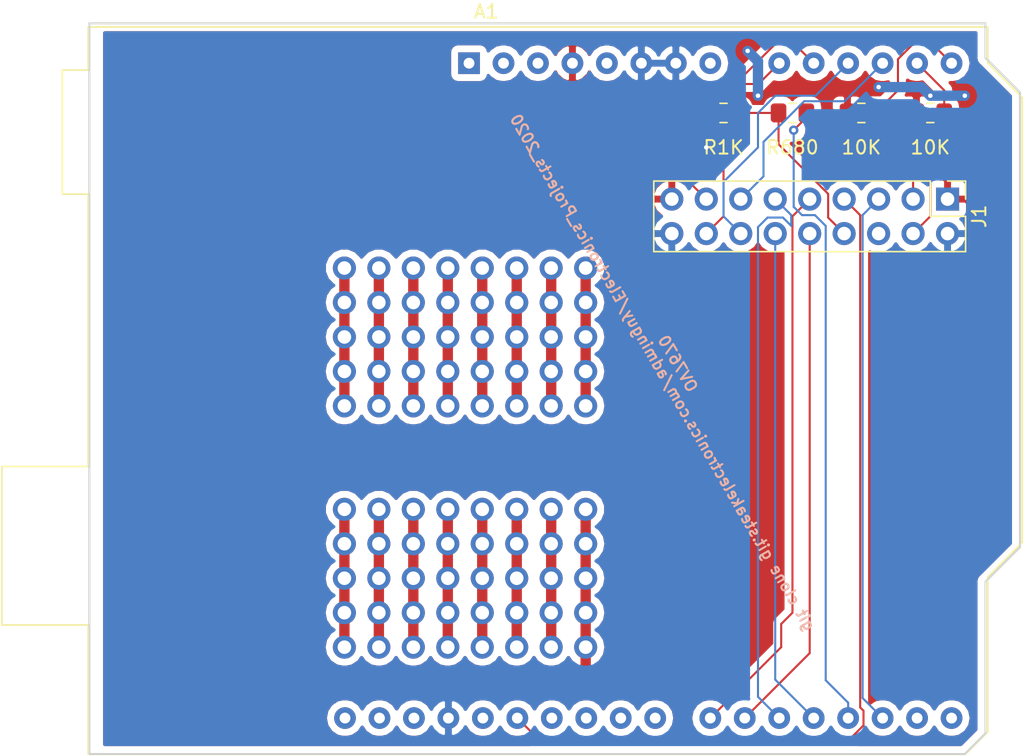
<source format=kicad_pcb>
(kicad_pcb (version 20171130) (host pcbnew 5.0.2+dfsg1-1~bpo9+1)

  (general
    (thickness 1.6)
    (drawings 15)
    (tracks 112)
    (zones 0)
    (modules 22)
    (nets 17)
  )

  (page USLetter)
  (title_block
    (title "Project Title")
  )

  (layers
    (0 F.Cu signal)
    (31 B.Cu signal)
    (34 B.Paste user)
    (35 F.Paste user)
    (36 B.SilkS user)
    (37 F.SilkS user)
    (38 B.Mask user)
    (39 F.Mask user)
    (40 Dwgs.User user)
    (44 Edge.Cuts user)
    (46 B.CrtYd user)
    (47 F.CrtYd user)
    (48 B.Fab user)
    (49 F.Fab user)
  )

  (setup
    (last_trace_width 0.762)
    (user_trace_width 0.1524)
    (user_trace_width 0.254)
    (user_trace_width 0.3302)
    (user_trace_width 0.508)
    (user_trace_width 0.762)
    (user_trace_width 1.27)
    (trace_clearance 0.254)
    (zone_clearance 0.508)
    (zone_45_only no)
    (trace_min 0.1524)
    (segment_width 0.1524)
    (edge_width 0.1524)
    (via_size 0.6858)
    (via_drill 0.3302)
    (via_min_size 0.6858)
    (via_min_drill 0.3302)
    (user_via 0.6858 0.3302)
    (user_via 0.762 0.4064)
    (user_via 0.8636 0.508)
    (uvia_size 0.6858)
    (uvia_drill 0.3302)
    (uvias_allowed no)
    (uvia_min_size 0)
    (uvia_min_drill 0)
    (pcb_text_width 0.1524)
    (pcb_text_size 1.016 1.016)
    (mod_edge_width 0.1524)
    (mod_text_size 1.016 1.016)
    (mod_text_width 0.1524)
    (pad_size 1.524 1.524)
    (pad_drill 0.762)
    (pad_to_mask_clearance 0.0762)
    (solder_mask_min_width 0.1016)
    (pad_to_paste_clearance -0.0762)
    (aux_axis_origin 0 0)
    (visible_elements 7FFFFFFF)
    (pcbplotparams
      (layerselection 0x310fc_ffffffff)
      (usegerberextensions true)
      (usegerberattributes false)
      (usegerberadvancedattributes false)
      (creategerberjobfile false)
      (excludeedgelayer true)
      (linewidth 0.100000)
      (plotframeref false)
      (viasonmask false)
      (mode 1)
      (useauxorigin false)
      (hpglpennumber 1)
      (hpglpenspeed 20)
      (hpglpendiameter 15.000000)
      (psnegative false)
      (psa4output false)
      (plotreference true)
      (plotvalue true)
      (plotinvisibletext false)
      (padsonsilk false)
      (subtractmaskfromsilk false)
      (outputformat 1)
      (mirror false)
      (drillshape 0)
      (scaleselection 1)
      (outputdirectory "gerbers/"))
  )

  (net 0 "")
  (net 1 /VSYNC)
  (net 2 "Net-(A1-Pad18)")
  (net 3 /D4)
  (net 4 +3V3)
  (net 5 /D5)
  (net 6 /D6)
  (net 7 GND)
  (net 8 /D7)
  (net 9 /D0)
  (net 10 /D1)
  (net 11 /D2)
  (net 12 /PCLK)
  (net 13 /D3)
  (net 14 /SIOD)
  (net 15 /SIOC)
  (net 16 /XCLK)

  (net_class Default "This is the default net class."
    (clearance 0.254)
    (trace_width 0.254)
    (via_dia 0.6858)
    (via_drill 0.3302)
    (uvia_dia 0.6858)
    (uvia_drill 0.3302)
    (add_net +3V3)
    (add_net /D0)
    (add_net /D1)
    (add_net /D2)
    (add_net /D3)
    (add_net /D4)
    (add_net /D5)
    (add_net /D6)
    (add_net /D7)
    (add_net /PCLK)
    (add_net /SIOC)
    (add_net /SIOD)
    (add_net /VSYNC)
    (add_net /XCLK)
    (add_net GND)
    (add_net "Net-(A1-Pad18)")
  )

  (module Module:Arduino_UNO_R3 (layer F.Cu) (tedit 58AB60FC) (tstamp 5E8F7016)
    (at 128.565001 90.315001)
    (descr "Arduino UNO R3, http://www.mouser.com/pdfdocs/Gravitech_Arduino_Nano3_0.pdf")
    (tags "Arduino UNO R3")
    (path /5E82DE4B)
    (fp_text reference A1 (at 1.27 -3.81 180) (layer F.SilkS)
      (effects (font (size 1 1) (thickness 0.15)))
    )
    (fp_text value Arduino_UNO_R3 (at -4.105001 10.014999) (layer F.Fab)
      (effects (font (size 1 1) (thickness 0.15)))
    )
    (fp_text user %R (at 0 20.32 180) (layer F.Fab)
      (effects (font (size 1 1) (thickness 0.15)))
    )
    (fp_line (start 38.35 -2.79) (end 38.35 0) (layer F.CrtYd) (width 0.05))
    (fp_line (start 38.35 0) (end 40.89 2.54) (layer F.CrtYd) (width 0.05))
    (fp_line (start 40.89 2.54) (end 40.89 35.31) (layer F.CrtYd) (width 0.05))
    (fp_line (start 40.89 35.31) (end 38.35 37.85) (layer F.CrtYd) (width 0.05))
    (fp_line (start 38.35 37.85) (end 38.35 49.28) (layer F.CrtYd) (width 0.05))
    (fp_line (start 38.35 49.28) (end 36.58 51.05) (layer F.CrtYd) (width 0.05))
    (fp_line (start 36.58 51.05) (end -28.19 51.05) (layer F.CrtYd) (width 0.05))
    (fp_line (start -28.19 51.05) (end -28.19 41.53) (layer F.CrtYd) (width 0.05))
    (fp_line (start -28.19 41.53) (end -34.54 41.53) (layer F.CrtYd) (width 0.05))
    (fp_line (start -34.54 41.53) (end -34.54 29.59) (layer F.CrtYd) (width 0.05))
    (fp_line (start -34.54 29.59) (end -28.19 29.59) (layer F.CrtYd) (width 0.05))
    (fp_line (start -28.19 29.59) (end -28.19 9.78) (layer F.CrtYd) (width 0.05))
    (fp_line (start -28.19 9.78) (end -30.1 9.78) (layer F.CrtYd) (width 0.05))
    (fp_line (start -30.1 9.78) (end -30.1 0.38) (layer F.CrtYd) (width 0.05))
    (fp_line (start -30.1 0.38) (end -28.19 0.38) (layer F.CrtYd) (width 0.05))
    (fp_line (start -28.19 0.38) (end -28.19 -2.79) (layer F.CrtYd) (width 0.05))
    (fp_line (start -28.19 -2.79) (end 38.35 -2.79) (layer F.CrtYd) (width 0.05))
    (fp_line (start 40.77 35.31) (end 40.77 2.54) (layer F.SilkS) (width 0.12))
    (fp_line (start 40.77 2.54) (end 38.23 0) (layer F.SilkS) (width 0.12))
    (fp_line (start 38.23 0) (end 38.23 -2.67) (layer F.SilkS) (width 0.12))
    (fp_line (start 38.23 -2.67) (end -28.07 -2.67) (layer F.SilkS) (width 0.12))
    (fp_line (start -28.07 -2.67) (end -28.07 0.51) (layer F.SilkS) (width 0.12))
    (fp_line (start -28.07 0.51) (end -29.97 0.51) (layer F.SilkS) (width 0.12))
    (fp_line (start -29.97 0.51) (end -29.97 9.65) (layer F.SilkS) (width 0.12))
    (fp_line (start -29.97 9.65) (end -28.07 9.65) (layer F.SilkS) (width 0.12))
    (fp_line (start -28.07 9.65) (end -28.07 29.72) (layer F.SilkS) (width 0.12))
    (fp_line (start -28.07 29.72) (end -34.42 29.72) (layer F.SilkS) (width 0.12))
    (fp_line (start -34.42 29.72) (end -34.42 41.4) (layer F.SilkS) (width 0.12))
    (fp_line (start -34.42 41.4) (end -28.07 41.4) (layer F.SilkS) (width 0.12))
    (fp_line (start -28.07 41.4) (end -28.07 50.93) (layer F.SilkS) (width 0.12))
    (fp_line (start -28.07 50.93) (end 36.58 50.93) (layer F.SilkS) (width 0.12))
    (fp_line (start 36.58 50.93) (end 38.23 49.28) (layer F.SilkS) (width 0.12))
    (fp_line (start 38.23 49.28) (end 38.23 37.85) (layer F.SilkS) (width 0.12))
    (fp_line (start 38.23 37.85) (end 40.77 35.31) (layer F.SilkS) (width 0.12))
    (fp_line (start -34.29 29.84) (end -18.41 29.84) (layer F.Fab) (width 0.1))
    (fp_line (start -18.41 29.84) (end -18.41 41.27) (layer F.Fab) (width 0.1))
    (fp_line (start -18.41 41.27) (end -34.29 41.27) (layer F.Fab) (width 0.1))
    (fp_line (start -34.29 41.27) (end -34.29 29.84) (layer F.Fab) (width 0.1))
    (fp_line (start -29.84 0.64) (end -16.51 0.64) (layer F.Fab) (width 0.1))
    (fp_line (start -16.51 0.64) (end -16.51 9.53) (layer F.Fab) (width 0.1))
    (fp_line (start -16.51 9.53) (end -29.84 9.53) (layer F.Fab) (width 0.1))
    (fp_line (start -29.84 9.53) (end -29.84 0.64) (layer F.Fab) (width 0.1))
    (fp_line (start 38.1 37.85) (end 38.1 49.28) (layer F.Fab) (width 0.1))
    (fp_line (start 40.64 2.54) (end 40.64 35.31) (layer F.Fab) (width 0.1))
    (fp_line (start 40.64 35.31) (end 38.1 37.85) (layer F.Fab) (width 0.1))
    (fp_line (start 38.1 -2.54) (end 38.1 0) (layer F.Fab) (width 0.1))
    (fp_line (start 38.1 0) (end 40.64 2.54) (layer F.Fab) (width 0.1))
    (fp_line (start 38.1 49.28) (end 36.58 50.8) (layer F.Fab) (width 0.1))
    (fp_line (start 36.58 50.8) (end -27.94 50.8) (layer F.Fab) (width 0.1))
    (fp_line (start -27.94 50.8) (end -27.94 -2.54) (layer F.Fab) (width 0.1))
    (fp_line (start -27.94 -2.54) (end 38.1 -2.54) (layer F.Fab) (width 0.1))
    (pad 32 thru_hole oval (at -9.14 48.26 90) (size 1.6 1.6) (drill 0.8) (layers *.Cu *.Mask))
    (pad 31 thru_hole oval (at -6.6 48.26 90) (size 1.6 1.6) (drill 0.8) (layers *.Cu *.Mask))
    (pad 1 thru_hole rect (at 0 0 90) (size 1.6 1.6) (drill 0.8) (layers *.Cu *.Mask))
    (pad 17 thru_hole oval (at 30.48 48.26 90) (size 1.6 1.6) (drill 0.8) (layers *.Cu *.Mask)
      (net 1 /VSYNC))
    (pad 2 thru_hole oval (at 2.54 0 90) (size 1.6 1.6) (drill 0.8) (layers *.Cu *.Mask))
    (pad 18 thru_hole oval (at 27.94 48.26 90) (size 1.6 1.6) (drill 0.8) (layers *.Cu *.Mask)
      (net 2 "Net-(A1-Pad18)"))
    (pad 3 thru_hole oval (at 5.08 0 90) (size 1.6 1.6) (drill 0.8) (layers *.Cu *.Mask))
    (pad 19 thru_hole oval (at 25.4 48.26 90) (size 1.6 1.6) (drill 0.8) (layers *.Cu *.Mask)
      (net 3 /D4))
    (pad 4 thru_hole oval (at 7.62 0 90) (size 1.6 1.6) (drill 0.8) (layers *.Cu *.Mask)
      (net 4 +3V3))
    (pad 20 thru_hole oval (at 22.86 48.26 90) (size 1.6 1.6) (drill 0.8) (layers *.Cu *.Mask)
      (net 5 /D5))
    (pad 5 thru_hole oval (at 10.16 0 90) (size 1.6 1.6) (drill 0.8) (layers *.Cu *.Mask))
    (pad 21 thru_hole oval (at 20.32 48.26 90) (size 1.6 1.6) (drill 0.8) (layers *.Cu *.Mask)
      (net 6 /D6))
    (pad 6 thru_hole oval (at 12.7 0 90) (size 1.6 1.6) (drill 0.8) (layers *.Cu *.Mask)
      (net 7 GND))
    (pad 22 thru_hole oval (at 17.78 48.26 90) (size 1.6 1.6) (drill 0.8) (layers *.Cu *.Mask)
      (net 8 /D7))
    (pad 7 thru_hole oval (at 15.24 0 90) (size 1.6 1.6) (drill 0.8) (layers *.Cu *.Mask)
      (net 7 GND))
    (pad 23 thru_hole oval (at 13.72 48.26 90) (size 1.6 1.6) (drill 0.8) (layers *.Cu *.Mask))
    (pad 8 thru_hole oval (at 17.78 0 90) (size 1.6 1.6) (drill 0.8) (layers *.Cu *.Mask))
    (pad 24 thru_hole oval (at 11.18 48.26 90) (size 1.6 1.6) (drill 0.8) (layers *.Cu *.Mask))
    (pad 9 thru_hole oval (at 22.86 0 90) (size 1.6 1.6) (drill 0.8) (layers *.Cu *.Mask)
      (net 9 /D0))
    (pad 25 thru_hole oval (at 8.64 48.26 90) (size 1.6 1.6) (drill 0.8) (layers *.Cu *.Mask))
    (pad 10 thru_hole oval (at 25.4 0 90) (size 1.6 1.6) (drill 0.8) (layers *.Cu *.Mask)
      (net 10 /D1))
    (pad 26 thru_hole oval (at 6.1 48.26 90) (size 1.6 1.6) (drill 0.8) (layers *.Cu *.Mask))
    (pad 11 thru_hole oval (at 27.94 0 90) (size 1.6 1.6) (drill 0.8) (layers *.Cu *.Mask)
      (net 11 /D2))
    (pad 27 thru_hole oval (at 3.56 48.26 90) (size 1.6 1.6) (drill 0.8) (layers *.Cu *.Mask)
      (net 12 /PCLK))
    (pad 12 thru_hole oval (at 30.48 0 90) (size 1.6 1.6) (drill 0.8) (layers *.Cu *.Mask)
      (net 13 /D3))
    (pad 28 thru_hole oval (at 1.02 48.26 90) (size 1.6 1.6) (drill 0.8) (layers *.Cu *.Mask))
    (pad 13 thru_hole oval (at 33.02 0 90) (size 1.6 1.6) (drill 0.8) (layers *.Cu *.Mask)
      (net 14 /SIOD))
    (pad 29 thru_hole oval (at -1.52 48.26 90) (size 1.6 1.6) (drill 0.8) (layers *.Cu *.Mask)
      (net 7 GND))
    (pad 14 thru_hole oval (at 35.56 0 90) (size 1.6 1.6) (drill 0.8) (layers *.Cu *.Mask)
      (net 15 /SIOC))
    (pad 30 thru_hole oval (at -4.06 48.26 90) (size 1.6 1.6) (drill 0.8) (layers *.Cu *.Mask))
    (pad 15 thru_hole oval (at 35.56 48.26 90) (size 1.6 1.6) (drill 0.8) (layers *.Cu *.Mask))
    (pad 16 thru_hole oval (at 33.02 48.26 90) (size 1.6 1.6) (drill 0.8) (layers *.Cu *.Mask))
    (model ${KISYS3DMOD}/Module.3dshapes/Arduino_UNO_R3.wrl
      (at (xyz 0 0 0))
      (scale (xyz 1 1 1))
      (rotate (xyz 0 0 0))
    )
  )

  (module footprints:PinHeader_1x05_P2.54mm_ProtoBoard_Rev (layer F.Cu) (tedit 5E82DFC5) (tstamp 5E92858D)
    (at 127 105.41)
    (descr "Through hole straight pin header, 1x05, 2.54mm pitch, single row")
    (tags "Through hole pin header THT 1x05 2.54mm single row")
    (fp_text reference REF** (at 0 -2.33) (layer F.SilkS) hide
      (effects (font (size 1 1) (thickness 0.15)))
    )
    (fp_text value PinHeader_1x05_P2.54mm_Vertical (at 0 12.49) (layer F.Fab)
      (effects (font (size 1 1) (thickness 0.15)))
    )
    (fp_text user %R (at -0.28 4.2 90) (layer F.Fab)
      (effects (font (size 1 1) (thickness 0.15)))
    )
    (pad 1 thru_hole circle (at 0 0) (size 1.7 1.7) (drill 1) (layers *.Cu *.Mask))
    (pad 2 thru_hole oval (at 0 2.54) (size 1.7 1.7) (drill 1) (layers *.Cu *.Mask))
    (pad 3 thru_hole oval (at 0 5.08) (size 1.7 1.7) (drill 1) (layers *.Cu *.Mask))
    (pad 4 thru_hole oval (at 0 7.62) (size 1.7 1.7) (drill 1) (layers *.Cu *.Mask))
    (pad 5 thru_hole oval (at 0 10.16) (size 1.7 1.7) (drill 1) (layers *.Cu *.Mask))
    (model ${KISYS3DMOD}/Connector_PinHeader_2.54mm.3dshapes/PinHeader_1x05_P2.54mm_Vertical.wrl
      (at (xyz 0 0 0))
      (scale (xyz 1 1 1))
      (rotate (xyz 0 0 0))
    )
  )

  (module footprints:PinHeader_1x05_P2.54mm_ProtoBoard_Rev (layer F.Cu) (tedit 5E82DFC5) (tstamp 5E928584)
    (at 134.62 105.41)
    (descr "Through hole straight pin header, 1x05, 2.54mm pitch, single row")
    (tags "Through hole pin header THT 1x05 2.54mm single row")
    (fp_text reference REF** (at 0 -2.33) (layer F.SilkS) hide
      (effects (font (size 1 1) (thickness 0.15)))
    )
    (fp_text value PinHeader_1x05_P2.54mm_Vertical (at 0 12.49) (layer F.Fab)
      (effects (font (size 1 1) (thickness 0.15)))
    )
    (fp_text user %R (at 0 5.08 90) (layer F.Fab)
      (effects (font (size 1 1) (thickness 0.15)))
    )
    (pad 1 thru_hole circle (at 0 0) (size 1.7 1.7) (drill 1) (layers *.Cu *.Mask))
    (pad 2 thru_hole oval (at 0 2.54) (size 1.7 1.7) (drill 1) (layers *.Cu *.Mask))
    (pad 3 thru_hole oval (at 0 5.08) (size 1.7 1.7) (drill 1) (layers *.Cu *.Mask))
    (pad 4 thru_hole oval (at 0 7.62) (size 1.7 1.7) (drill 1) (layers *.Cu *.Mask))
    (pad 5 thru_hole oval (at 0 10.16) (size 1.7 1.7) (drill 1) (layers *.Cu *.Mask))
    (model ${KISYS3DMOD}/Connector_PinHeader_2.54mm.3dshapes/PinHeader_1x05_P2.54mm_Vertical.wrl
      (at (xyz 0 0 0))
      (scale (xyz 1 1 1))
      (rotate (xyz 0 0 0))
    )
  )

  (module footprints:PinHeader_1x05_P2.54mm_ProtoBoard_Rev (layer F.Cu) (tedit 5E82DFC5) (tstamp 5E92857B)
    (at 119.38 105.41)
    (descr "Through hole straight pin header, 1x05, 2.54mm pitch, single row")
    (tags "Through hole pin header THT 1x05 2.54mm single row")
    (fp_text reference REF** (at 0 -2.33) (layer F.SilkS) hide
      (effects (font (size 1 1) (thickness 0.15)))
    )
    (fp_text value PinHeader_1x05_P2.54mm_Vertical (at 0 12.49) (layer F.Fab)
      (effects (font (size 1 1) (thickness 0.15)))
    )
    (fp_text user %R (at 0 5.08 90) (layer F.Fab)
      (effects (font (size 1 1) (thickness 0.15)))
    )
    (pad 1 thru_hole circle (at 0 0) (size 1.7 1.7) (drill 1) (layers *.Cu *.Mask))
    (pad 2 thru_hole oval (at 0 2.54) (size 1.7 1.7) (drill 1) (layers *.Cu *.Mask))
    (pad 3 thru_hole oval (at 0 5.08) (size 1.7 1.7) (drill 1) (layers *.Cu *.Mask))
    (pad 4 thru_hole oval (at 0 7.62) (size 1.7 1.7) (drill 1) (layers *.Cu *.Mask))
    (pad 5 thru_hole oval (at 0 10.16) (size 1.7 1.7) (drill 1) (layers *.Cu *.Mask))
    (model ${KISYS3DMOD}/Connector_PinHeader_2.54mm.3dshapes/PinHeader_1x05_P2.54mm_Vertical.wrl
      (at (xyz 0 0 0))
      (scale (xyz 1 1 1))
      (rotate (xyz 0 0 0))
    )
  )

  (module footprints:PinHeader_1x05_P2.54mm_ProtoBoard_Rev (layer F.Cu) (tedit 5E82DFC5) (tstamp 5E928572)
    (at 132.08 105.41)
    (descr "Through hole straight pin header, 1x05, 2.54mm pitch, single row")
    (tags "Through hole pin header THT 1x05 2.54mm single row")
    (fp_text reference REF** (at 0 -2.33) (layer F.SilkS) hide
      (effects (font (size 1 1) (thickness 0.15)))
    )
    (fp_text value PinHeader_1x05_P2.54mm_Vertical (at 0 12.49) (layer F.Fab)
      (effects (font (size 1 1) (thickness 0.15)))
    )
    (fp_text user %R (at -0.28 4.2 90) (layer F.Fab)
      (effects (font (size 1 1) (thickness 0.15)))
    )
    (pad 1 thru_hole circle (at 0 0) (size 1.7 1.7) (drill 1) (layers *.Cu *.Mask))
    (pad 2 thru_hole oval (at 0 2.54) (size 1.7 1.7) (drill 1) (layers *.Cu *.Mask))
    (pad 3 thru_hole oval (at 0 5.08) (size 1.7 1.7) (drill 1) (layers *.Cu *.Mask))
    (pad 4 thru_hole oval (at 0 7.62) (size 1.7 1.7) (drill 1) (layers *.Cu *.Mask))
    (pad 5 thru_hole oval (at 0 10.16) (size 1.7 1.7) (drill 1) (layers *.Cu *.Mask))
    (model ${KISYS3DMOD}/Connector_PinHeader_2.54mm.3dshapes/PinHeader_1x05_P2.54mm_Vertical.wrl
      (at (xyz 0 0 0))
      (scale (xyz 1 1 1))
      (rotate (xyz 0 0 0))
    )
  )

  (module footprints:PinHeader_1x05_P2.54mm_ProtoBoard_Rev (layer F.Cu) (tedit 5E82DFC5) (tstamp 5E928569)
    (at 129.54 105.41)
    (descr "Through hole straight pin header, 1x05, 2.54mm pitch, single row")
    (tags "Through hole pin header THT 1x05 2.54mm single row")
    (fp_text reference REF** (at 0 -2.33) (layer F.SilkS) hide
      (effects (font (size 1 1) (thickness 0.15)))
    )
    (fp_text value PinHeader_1x05_P2.54mm_Vertical (at 0 12.49) (layer F.Fab)
      (effects (font (size 1 1) (thickness 0.15)))
    )
    (fp_text user %R (at 0 5.08 90) (layer F.Fab)
      (effects (font (size 1 1) (thickness 0.15)))
    )
    (pad 5 thru_hole oval (at 0 10.16) (size 1.7 1.7) (drill 1) (layers *.Cu *.Mask))
    (pad 4 thru_hole oval (at 0 7.62) (size 1.7 1.7) (drill 1) (layers *.Cu *.Mask))
    (pad 3 thru_hole oval (at 0 5.08) (size 1.7 1.7) (drill 1) (layers *.Cu *.Mask))
    (pad 2 thru_hole oval (at 0 2.54) (size 1.7 1.7) (drill 1) (layers *.Cu *.Mask))
    (pad 1 thru_hole circle (at 0 0) (size 1.7 1.7) (drill 1) (layers *.Cu *.Mask))
    (model ${KISYS3DMOD}/Connector_PinHeader_2.54mm.3dshapes/PinHeader_1x05_P2.54mm_Vertical.wrl
      (at (xyz 0 0 0))
      (scale (xyz 1 1 1))
      (rotate (xyz 0 0 0))
    )
  )

  (module footprints:PinHeader_1x05_P2.54mm_ProtoBoard_Rev (layer F.Cu) (tedit 5E82DFC5) (tstamp 5E928560)
    (at 137.16 105.41)
    (descr "Through hole straight pin header, 1x05, 2.54mm pitch, single row")
    (tags "Through hole pin header THT 1x05 2.54mm single row")
    (fp_text reference REF** (at 0 -2.33) (layer F.SilkS) hide
      (effects (font (size 1 1) (thickness 0.15)))
    )
    (fp_text value PinHeader_1x05_P2.54mm_Vertical (at 0 12.49) (layer F.Fab)
      (effects (font (size 1 1) (thickness 0.15)))
    )
    (fp_text user %R (at -0.28 4.2 90) (layer F.Fab)
      (effects (font (size 1 1) (thickness 0.15)))
    )
    (pad 5 thru_hole oval (at 0 10.16) (size 1.7 1.7) (drill 1) (layers *.Cu *.Mask))
    (pad 4 thru_hole oval (at 0 7.62) (size 1.7 1.7) (drill 1) (layers *.Cu *.Mask))
    (pad 3 thru_hole oval (at 0 5.08) (size 1.7 1.7) (drill 1) (layers *.Cu *.Mask))
    (pad 2 thru_hole oval (at 0 2.54) (size 1.7 1.7) (drill 1) (layers *.Cu *.Mask))
    (pad 1 thru_hole circle (at 0 0) (size 1.7 1.7) (drill 1) (layers *.Cu *.Mask))
    (model ${KISYS3DMOD}/Connector_PinHeader_2.54mm.3dshapes/PinHeader_1x05_P2.54mm_Vertical.wrl
      (at (xyz 0 0 0))
      (scale (xyz 1 1 1))
      (rotate (xyz 0 0 0))
    )
  )

  (module footprints:PinHeader_1x05_P2.54mm_ProtoBoard_Rev (layer F.Cu) (tedit 5E82DFC5) (tstamp 5E928557)
    (at 124.46 105.41)
    (descr "Through hole straight pin header, 1x05, 2.54mm pitch, single row")
    (tags "Through hole pin header THT 1x05 2.54mm single row")
    (fp_text reference REF** (at 0 -2.33) (layer F.SilkS) hide
      (effects (font (size 1 1) (thickness 0.15)))
    )
    (fp_text value PinHeader_1x05_P2.54mm_Vertical (at 0 12.49) (layer F.Fab)
      (effects (font (size 1 1) (thickness 0.15)))
    )
    (fp_text user %R (at 0 5.08 90) (layer F.Fab)
      (effects (font (size 1 1) (thickness 0.15)))
    )
    (pad 5 thru_hole oval (at 0 10.16) (size 1.7 1.7) (drill 1) (layers *.Cu *.Mask))
    (pad 4 thru_hole oval (at 0 7.62) (size 1.7 1.7) (drill 1) (layers *.Cu *.Mask))
    (pad 3 thru_hole oval (at 0 5.08) (size 1.7 1.7) (drill 1) (layers *.Cu *.Mask))
    (pad 2 thru_hole oval (at 0 2.54) (size 1.7 1.7) (drill 1) (layers *.Cu *.Mask))
    (pad 1 thru_hole circle (at 0 0) (size 1.7 1.7) (drill 1) (layers *.Cu *.Mask))
    (model ${KISYS3DMOD}/Connector_PinHeader_2.54mm.3dshapes/PinHeader_1x05_P2.54mm_Vertical.wrl
      (at (xyz 0 0 0))
      (scale (xyz 1 1 1))
      (rotate (xyz 0 0 0))
    )
  )

  (module footprints:PinHeader_1x05_P2.54mm_ProtoBoard_Rev (layer F.Cu) (tedit 5E82DFC5) (tstamp 5E92854E)
    (at 121.92 105.41)
    (descr "Through hole straight pin header, 1x05, 2.54mm pitch, single row")
    (tags "Through hole pin header THT 1x05 2.54mm single row")
    (fp_text reference REF** (at 0 -2.33) (layer F.SilkS) hide
      (effects (font (size 1 1) (thickness 0.15)))
    )
    (fp_text value PinHeader_1x05_P2.54mm_Vertical (at 0 12.49) (layer F.Fab)
      (effects (font (size 1 1) (thickness 0.15)))
    )
    (fp_text user %R (at -0.28 4.2 90) (layer F.Fab)
      (effects (font (size 1 1) (thickness 0.15)))
    )
    (pad 5 thru_hole oval (at 0 10.16) (size 1.7 1.7) (drill 1) (layers *.Cu *.Mask))
    (pad 4 thru_hole oval (at 0 7.62) (size 1.7 1.7) (drill 1) (layers *.Cu *.Mask))
    (pad 3 thru_hole oval (at 0 5.08) (size 1.7 1.7) (drill 1) (layers *.Cu *.Mask))
    (pad 2 thru_hole oval (at 0 2.54) (size 1.7 1.7) (drill 1) (layers *.Cu *.Mask))
    (pad 1 thru_hole circle (at 0 0) (size 1.7 1.7) (drill 1) (layers *.Cu *.Mask))
    (model ${KISYS3DMOD}/Connector_PinHeader_2.54mm.3dshapes/PinHeader_1x05_P2.54mm_Vertical.wrl
      (at (xyz 0 0 0))
      (scale (xyz 1 1 1))
      (rotate (xyz 0 0 0))
    )
  )

  (module footprints:PinHeader_1x05_P2.54mm_ProtoBoard_Rev (layer F.Cu) (tedit 5E82DFC5) (tstamp 5E927C08)
    (at 137.16 123.19)
    (descr "Through hole straight pin header, 1x05, 2.54mm pitch, single row")
    (tags "Through hole pin header THT 1x05 2.54mm single row")
    (fp_text reference REF** (at 0 -2.33) (layer F.SilkS) hide
      (effects (font (size 1 1) (thickness 0.15)))
    )
    (fp_text value PinHeader_1x05_P2.54mm_Vertical (at 0 12.49) (layer F.Fab)
      (effects (font (size 1 1) (thickness 0.15)))
    )
    (fp_text user %R (at -0.28 4.2 90) (layer F.Fab)
      (effects (font (size 1 1) (thickness 0.15)))
    )
    (pad 1 thru_hole circle (at 0 0) (size 1.7 1.7) (drill 1) (layers *.Cu *.Mask))
    (pad 2 thru_hole oval (at 0 2.54) (size 1.7 1.7) (drill 1) (layers *.Cu *.Mask))
    (pad 3 thru_hole oval (at 0 5.08) (size 1.7 1.7) (drill 1) (layers *.Cu *.Mask))
    (pad 4 thru_hole oval (at 0 7.62) (size 1.7 1.7) (drill 1) (layers *.Cu *.Mask))
    (pad 5 thru_hole oval (at 0 10.16) (size 1.7 1.7) (drill 1) (layers *.Cu *.Mask))
    (model ${KISYS3DMOD}/Connector_PinHeader_2.54mm.3dshapes/PinHeader_1x05_P2.54mm_Vertical.wrl
      (at (xyz 0 0 0))
      (scale (xyz 1 1 1))
      (rotate (xyz 0 0 0))
    )
  )

  (module footprints:PinHeader_1x05_P2.54mm_ProtoBoard_Rev (layer F.Cu) (tedit 5E82DFC5) (tstamp 5E927BFF)
    (at 129.54 123.19)
    (descr "Through hole straight pin header, 1x05, 2.54mm pitch, single row")
    (tags "Through hole pin header THT 1x05 2.54mm single row")
    (fp_text reference REF** (at 0 -2.33) (layer F.SilkS) hide
      (effects (font (size 1 1) (thickness 0.15)))
    )
    (fp_text value PinHeader_1x05_P2.54mm_Vertical (at 0 12.49) (layer F.Fab)
      (effects (font (size 1 1) (thickness 0.15)))
    )
    (fp_text user %R (at 0 5.08 90) (layer F.Fab)
      (effects (font (size 1 1) (thickness 0.15)))
    )
    (pad 1 thru_hole circle (at 0 0) (size 1.7 1.7) (drill 1) (layers *.Cu *.Mask))
    (pad 2 thru_hole oval (at 0 2.54) (size 1.7 1.7) (drill 1) (layers *.Cu *.Mask))
    (pad 3 thru_hole oval (at 0 5.08) (size 1.7 1.7) (drill 1) (layers *.Cu *.Mask))
    (pad 4 thru_hole oval (at 0 7.62) (size 1.7 1.7) (drill 1) (layers *.Cu *.Mask))
    (pad 5 thru_hole oval (at 0 10.16) (size 1.7 1.7) (drill 1) (layers *.Cu *.Mask))
    (model ${KISYS3DMOD}/Connector_PinHeader_2.54mm.3dshapes/PinHeader_1x05_P2.54mm_Vertical.wrl
      (at (xyz 0 0 0))
      (scale (xyz 1 1 1))
      (rotate (xyz 0 0 0))
    )
  )

  (module footprints:PinHeader_1x05_P2.54mm_ProtoBoard_Rev (layer F.Cu) (tedit 5E82DFC5) (tstamp 5E927BF6)
    (at 134.62 123.19)
    (descr "Through hole straight pin header, 1x05, 2.54mm pitch, single row")
    (tags "Through hole pin header THT 1x05 2.54mm single row")
    (fp_text reference REF** (at 0 -2.33) (layer F.SilkS) hide
      (effects (font (size 1 1) (thickness 0.15)))
    )
    (fp_text value PinHeader_1x05_P2.54mm_Vertical (at 0 12.49) (layer F.Fab)
      (effects (font (size 1 1) (thickness 0.15)))
    )
    (fp_text user %R (at 0 5.08 90) (layer F.Fab)
      (effects (font (size 1 1) (thickness 0.15)))
    )
    (pad 5 thru_hole oval (at 0 10.16) (size 1.7 1.7) (drill 1) (layers *.Cu *.Mask))
    (pad 4 thru_hole oval (at 0 7.62) (size 1.7 1.7) (drill 1) (layers *.Cu *.Mask))
    (pad 3 thru_hole oval (at 0 5.08) (size 1.7 1.7) (drill 1) (layers *.Cu *.Mask))
    (pad 2 thru_hole oval (at 0 2.54) (size 1.7 1.7) (drill 1) (layers *.Cu *.Mask))
    (pad 1 thru_hole circle (at 0 0) (size 1.7 1.7) (drill 1) (layers *.Cu *.Mask))
    (model ${KISYS3DMOD}/Connector_PinHeader_2.54mm.3dshapes/PinHeader_1x05_P2.54mm_Vertical.wrl
      (at (xyz 0 0 0))
      (scale (xyz 1 1 1))
      (rotate (xyz 0 0 0))
    )
  )

  (module footprints:PinHeader_1x05_P2.54mm_ProtoBoard_Rev (layer F.Cu) (tedit 5E82DFC5) (tstamp 5E927BED)
    (at 132.08 123.19)
    (descr "Through hole straight pin header, 1x05, 2.54mm pitch, single row")
    (tags "Through hole pin header THT 1x05 2.54mm single row")
    (fp_text reference REF** (at 0 -2.33) (layer F.SilkS) hide
      (effects (font (size 1 1) (thickness 0.15)))
    )
    (fp_text value PinHeader_1x05_P2.54mm_Vertical (at 0 12.49) (layer F.Fab)
      (effects (font (size 1 1) (thickness 0.15)))
    )
    (fp_text user %R (at -0.28 4.2 90) (layer F.Fab)
      (effects (font (size 1 1) (thickness 0.15)))
    )
    (pad 5 thru_hole oval (at 0 10.16) (size 1.7 1.7) (drill 1) (layers *.Cu *.Mask))
    (pad 4 thru_hole oval (at 0 7.62) (size 1.7 1.7) (drill 1) (layers *.Cu *.Mask))
    (pad 3 thru_hole oval (at 0 5.08) (size 1.7 1.7) (drill 1) (layers *.Cu *.Mask))
    (pad 2 thru_hole oval (at 0 2.54) (size 1.7 1.7) (drill 1) (layers *.Cu *.Mask))
    (pad 1 thru_hole circle (at 0 0) (size 1.7 1.7) (drill 1) (layers *.Cu *.Mask))
    (model ${KISYS3DMOD}/Connector_PinHeader_2.54mm.3dshapes/PinHeader_1x05_P2.54mm_Vertical.wrl
      (at (xyz 0 0 0))
      (scale (xyz 1 1 1))
      (rotate (xyz 0 0 0))
    )
  )

  (module footprints:PinHeader_1x05_P2.54mm_ProtoBoard_Rev (layer F.Cu) (tedit 5E82DFC5) (tstamp 5E9273E2)
    (at 124.46 123.19)
    (descr "Through hole straight pin header, 1x05, 2.54mm pitch, single row")
    (tags "Through hole pin header THT 1x05 2.54mm single row")
    (fp_text reference REF** (at 0 -2.33) (layer F.SilkS) hide
      (effects (font (size 1 1) (thickness 0.15)))
    )
    (fp_text value PinHeader_1x05_P2.54mm_Vertical (at 0 12.49) (layer F.Fab)
      (effects (font (size 1 1) (thickness 0.15)))
    )
    (fp_text user %R (at 0 5.08 90) (layer F.Fab)
      (effects (font (size 1 1) (thickness 0.15)))
    )
    (pad 1 thru_hole circle (at 0 0) (size 1.7 1.7) (drill 1) (layers *.Cu *.Mask))
    (pad 2 thru_hole oval (at 0 2.54) (size 1.7 1.7) (drill 1) (layers *.Cu *.Mask))
    (pad 3 thru_hole oval (at 0 5.08) (size 1.7 1.7) (drill 1) (layers *.Cu *.Mask))
    (pad 4 thru_hole oval (at 0 7.62) (size 1.7 1.7) (drill 1) (layers *.Cu *.Mask))
    (pad 5 thru_hole oval (at 0 10.16) (size 1.7 1.7) (drill 1) (layers *.Cu *.Mask))
    (model ${KISYS3DMOD}/Connector_PinHeader_2.54mm.3dshapes/PinHeader_1x05_P2.54mm_Vertical.wrl
      (at (xyz 0 0 0))
      (scale (xyz 1 1 1))
      (rotate (xyz 0 0 0))
    )
  )

  (module footprints:PinHeader_1x05_P2.54mm_ProtoBoard_Rev (layer F.Cu) (tedit 5E82DFC5) (tstamp 5E9273D9)
    (at 127 123.19)
    (descr "Through hole straight pin header, 1x05, 2.54mm pitch, single row")
    (tags "Through hole pin header THT 1x05 2.54mm single row")
    (fp_text reference REF** (at 0 -2.33) (layer F.SilkS) hide
      (effects (font (size 1 1) (thickness 0.15)))
    )
    (fp_text value PinHeader_1x05_P2.54mm_Vertical (at 0 12.49) (layer F.Fab)
      (effects (font (size 1 1) (thickness 0.15)))
    )
    (fp_text user %R (at -0.28 4.2 90) (layer F.Fab)
      (effects (font (size 1 1) (thickness 0.15)))
    )
    (pad 5 thru_hole oval (at 0 10.16) (size 1.7 1.7) (drill 1) (layers *.Cu *.Mask))
    (pad 4 thru_hole oval (at 0 7.62) (size 1.7 1.7) (drill 1) (layers *.Cu *.Mask))
    (pad 3 thru_hole oval (at 0 5.08) (size 1.7 1.7) (drill 1) (layers *.Cu *.Mask))
    (pad 2 thru_hole oval (at 0 2.54) (size 1.7 1.7) (drill 1) (layers *.Cu *.Mask))
    (pad 1 thru_hole circle (at 0 0) (size 1.7 1.7) (drill 1) (layers *.Cu *.Mask))
    (model ${KISYS3DMOD}/Connector_PinHeader_2.54mm.3dshapes/PinHeader_1x05_P2.54mm_Vertical.wrl
      (at (xyz 0 0 0))
      (scale (xyz 1 1 1))
      (rotate (xyz 0 0 0))
    )
  )

  (module footprints:PinHeader_1x05_P2.54mm_ProtoBoard_Rev (layer F.Cu) (tedit 5E82DFC5) (tstamp 5E926EC8)
    (at 121.92 123.19)
    (descr "Through hole straight pin header, 1x05, 2.54mm pitch, single row")
    (tags "Through hole pin header THT 1x05 2.54mm single row")
    (fp_text reference REF** (at 0 -2.33) (layer F.SilkS) hide
      (effects (font (size 1 1) (thickness 0.15)))
    )
    (fp_text value PinHeader_1x05_P2.54mm_Vertical (at 0 12.49) (layer F.Fab)
      (effects (font (size 1 1) (thickness 0.15)))
    )
    (fp_text user %R (at -0.28 4.2 90) (layer F.Fab)
      (effects (font (size 1 1) (thickness 0.15)))
    )
    (pad 1 thru_hole circle (at 0 0) (size 1.7 1.7) (drill 1) (layers *.Cu *.Mask))
    (pad 2 thru_hole oval (at 0 2.54) (size 1.7 1.7) (drill 1) (layers *.Cu *.Mask))
    (pad 3 thru_hole oval (at 0 5.08) (size 1.7 1.7) (drill 1) (layers *.Cu *.Mask))
    (pad 4 thru_hole oval (at 0 7.62) (size 1.7 1.7) (drill 1) (layers *.Cu *.Mask))
    (pad 5 thru_hole oval (at 0 10.16) (size 1.7 1.7) (drill 1) (layers *.Cu *.Mask))
    (model ${KISYS3DMOD}/Connector_PinHeader_2.54mm.3dshapes/PinHeader_1x05_P2.54mm_Vertical.wrl
      (at (xyz 0 0 0))
      (scale (xyz 1 1 1))
      (rotate (xyz 0 0 0))
    )
  )

  (module footprints:PinHeader_1x05_P2.54mm_ProtoBoard_Rev (layer F.Cu) (tedit 5E82DFC5) (tstamp 5E926A2C)
    (at 119.38 123.19)
    (descr "Through hole straight pin header, 1x05, 2.54mm pitch, single row")
    (tags "Through hole pin header THT 1x05 2.54mm single row")
    (fp_text reference REF** (at 0 -2.33) (layer F.SilkS) hide
      (effects (font (size 1 1) (thickness 0.15)))
    )
    (fp_text value PinHeader_1x05_P2.54mm_Vertical (at 0 12.49) (layer F.Fab)
      (effects (font (size 1 1) (thickness 0.15)))
    )
    (fp_text user %R (at 0 5.08 90) (layer F.Fab)
      (effects (font (size 1 1) (thickness 0.15)))
    )
    (pad 5 thru_hole oval (at 0 10.16) (size 1.7 1.7) (drill 1) (layers *.Cu *.Mask))
    (pad 4 thru_hole oval (at 0 7.62) (size 1.7 1.7) (drill 1) (layers *.Cu *.Mask))
    (pad 3 thru_hole oval (at 0 5.08) (size 1.7 1.7) (drill 1) (layers *.Cu *.Mask))
    (pad 2 thru_hole oval (at 0 2.54) (size 1.7 1.7) (drill 1) (layers *.Cu *.Mask))
    (pad 1 thru_hole circle (at 0 0) (size 1.7 1.7) (drill 1) (layers *.Cu *.Mask))
    (model ${KISYS3DMOD}/Connector_PinHeader_2.54mm.3dshapes/PinHeader_1x05_P2.54mm_Vertical.wrl
      (at (xyz 0 0 0))
      (scale (xyz 1 1 1))
      (rotate (xyz 0 0 0))
    )
  )

  (module Resistor_SMD:R_0805_2012Metric_Pad1.15x1.40mm_HandSolder (layer F.Cu) (tedit 5E82DDED) (tstamp 5E8F8929)
    (at 157.48 93.98)
    (descr "Resistor SMD 0805 (2012 Metric), square (rectangular) end terminal, IPC_7351 nominal with elongated pad for handsoldering. (Body size source: https://docs.google.com/spreadsheets/d/1BsfQQcO9C6DZCsRaXUlFlo91Tg2WpOkGARC1WS5S8t0/edit?usp=sharing), generated with kicad-footprint-generator")
    (tags "resistor handsolder")
    (path /5E82EAE2)
    (attr smd)
    (fp_text reference R1 (at 0 1.27) (layer F.SilkS) hide
      (effects (font (size 1 1) (thickness 0.15)))
    )
    (fp_text value 10K (at 0 2.54) (layer F.SilkS)
      (effects (font (size 1 1) (thickness 0.15)))
    )
    (fp_text user %R (at 0 0) (layer F.Fab)
      (effects (font (size 0.5 0.5) (thickness 0.08)))
    )
    (fp_line (start 1.85 0.95) (end -1.85 0.95) (layer F.CrtYd) (width 0.05))
    (fp_line (start 1.85 -0.95) (end 1.85 0.95) (layer F.CrtYd) (width 0.05))
    (fp_line (start -1.85 -0.95) (end 1.85 -0.95) (layer F.CrtYd) (width 0.05))
    (fp_line (start -1.85 0.95) (end -1.85 -0.95) (layer F.CrtYd) (width 0.05))
    (fp_line (start -0.261252 0.71) (end 0.261252 0.71) (layer F.SilkS) (width 0.12))
    (fp_line (start -0.261252 -0.71) (end 0.261252 -0.71) (layer F.SilkS) (width 0.12))
    (fp_line (start 1 0.6) (end -1 0.6) (layer F.Fab) (width 0.1))
    (fp_line (start 1 -0.6) (end 1 0.6) (layer F.Fab) (width 0.1))
    (fp_line (start -1 -0.6) (end 1 -0.6) (layer F.Fab) (width 0.1))
    (fp_line (start -1 0.6) (end -1 -0.6) (layer F.Fab) (width 0.1))
    (pad 2 smd roundrect (at 1.025 0) (size 1.15 1.4) (layers F.Cu F.Paste F.Mask) (roundrect_rratio 0.217391)
      (net 15 /SIOC))
    (pad 1 smd roundrect (at -1.025 0) (size 1.15 1.4) (layers F.Cu F.Paste F.Mask) (roundrect_rratio 0.217391)
      (net 4 +3V3))
    (model ${KISYS3DMOD}/Resistor_SMD.3dshapes/R_0805_2012Metric.wrl
      (at (xyz 0 0 0))
      (scale (xyz 1 1 1))
      (rotate (xyz 0 0 0))
    )
  )

  (module Resistor_SMD:R_0805_2012Metric_Pad1.15x1.40mm_HandSolder (layer F.Cu) (tedit 5E82DDF0) (tstamp 5E8F8939)
    (at 162.56 93.98)
    (descr "Resistor SMD 0805 (2012 Metric), square (rectangular) end terminal, IPC_7351 nominal with elongated pad for handsoldering. (Body size source: https://docs.google.com/spreadsheets/d/1BsfQQcO9C6DZCsRaXUlFlo91Tg2WpOkGARC1WS5S8t0/edit?usp=sharing), generated with kicad-footprint-generator")
    (tags "resistor handsolder")
    (path /5E82E56A)
    (attr smd)
    (fp_text reference R2 (at 0 1.27) (layer F.SilkS) hide
      (effects (font (size 1 1) (thickness 0.15)))
    )
    (fp_text value 10K (at 0 2.54) (layer F.SilkS)
      (effects (font (size 1 1) (thickness 0.15)))
    )
    (fp_line (start -1 0.6) (end -1 -0.6) (layer F.Fab) (width 0.1))
    (fp_line (start -1 -0.6) (end 1 -0.6) (layer F.Fab) (width 0.1))
    (fp_line (start 1 -0.6) (end 1 0.6) (layer F.Fab) (width 0.1))
    (fp_line (start 1 0.6) (end -1 0.6) (layer F.Fab) (width 0.1))
    (fp_line (start -0.261252 -0.71) (end 0.261252 -0.71) (layer F.SilkS) (width 0.12))
    (fp_line (start -0.261252 0.71) (end 0.261252 0.71) (layer F.SilkS) (width 0.12))
    (fp_line (start -1.85 0.95) (end -1.85 -0.95) (layer F.CrtYd) (width 0.05))
    (fp_line (start -1.85 -0.95) (end 1.85 -0.95) (layer F.CrtYd) (width 0.05))
    (fp_line (start 1.85 -0.95) (end 1.85 0.95) (layer F.CrtYd) (width 0.05))
    (fp_line (start 1.85 0.95) (end -1.85 0.95) (layer F.CrtYd) (width 0.05))
    (fp_text user %R (at 0 0) (layer F.Fab)
      (effects (font (size 0.5 0.5) (thickness 0.08)))
    )
    (pad 1 smd roundrect (at -1.025 0) (size 1.15 1.4) (layers F.Cu F.Paste F.Mask) (roundrect_rratio 0.217391)
      (net 4 +3V3))
    (pad 2 smd roundrect (at 1.025 0) (size 1.15 1.4) (layers F.Cu F.Paste F.Mask) (roundrect_rratio 0.217391)
      (net 14 /SIOD))
    (model ${KISYS3DMOD}/Resistor_SMD.3dshapes/R_0805_2012Metric.wrl
      (at (xyz 0 0 0))
      (scale (xyz 1 1 1))
      (rotate (xyz 0 0 0))
    )
  )

  (module Resistor_SMD:R_0805_2012Metric_Pad1.15x1.40mm_HandSolder (layer F.Cu) (tedit 5E82DDE3) (tstamp 5E8F8949)
    (at 152.4 93.98 180)
    (descr "Resistor SMD 0805 (2012 Metric), square (rectangular) end terminal, IPC_7351 nominal with elongated pad for handsoldering. (Body size source: https://docs.google.com/spreadsheets/d/1BsfQQcO9C6DZCsRaXUlFlo91Tg2WpOkGARC1WS5S8t0/edit?usp=sharing), generated with kicad-footprint-generator")
    (tags "resistor handsolder")
    (path /5E82F3BF)
    (attr smd)
    (fp_text reference R3 (at 0 -1.65 180) (layer F.SilkS) hide
      (effects (font (size 1 1) (thickness 0.15)))
    )
    (fp_text value R680 (at 0 -2.54 180) (layer F.SilkS)
      (effects (font (size 1 1) (thickness 0.15)))
    )
    (fp_line (start -1 0.6) (end -1 -0.6) (layer F.Fab) (width 0.1))
    (fp_line (start -1 -0.6) (end 1 -0.6) (layer F.Fab) (width 0.1))
    (fp_line (start 1 -0.6) (end 1 0.6) (layer F.Fab) (width 0.1))
    (fp_line (start 1 0.6) (end -1 0.6) (layer F.Fab) (width 0.1))
    (fp_line (start -0.261252 -0.71) (end 0.261252 -0.71) (layer F.SilkS) (width 0.12))
    (fp_line (start -0.261252 0.71) (end 0.261252 0.71) (layer F.SilkS) (width 0.12))
    (fp_line (start -1.85 0.95) (end -1.85 -0.95) (layer F.CrtYd) (width 0.05))
    (fp_line (start -1.85 -0.95) (end 1.85 -0.95) (layer F.CrtYd) (width 0.05))
    (fp_line (start 1.85 -0.95) (end 1.85 0.95) (layer F.CrtYd) (width 0.05))
    (fp_line (start 1.85 0.95) (end -1.85 0.95) (layer F.CrtYd) (width 0.05))
    (fp_text user %R (at 0 0 180) (layer F.Fab)
      (effects (font (size 0.5 0.5) (thickness 0.08)))
    )
    (pad 1 smd roundrect (at -1.025 0 180) (size 1.15 1.4) (layers F.Cu F.Paste F.Mask) (roundrect_rratio 0.217391)
      (net 2 "Net-(A1-Pad18)"))
    (pad 2 smd roundrect (at 1.025 0 180) (size 1.15 1.4) (layers F.Cu F.Paste F.Mask) (roundrect_rratio 0.217391)
      (net 16 /XCLK))
    (model ${KISYS3DMOD}/Resistor_SMD.3dshapes/R_0805_2012Metric.wrl
      (at (xyz 0 0 0))
      (scale (xyz 1 1 1))
      (rotate (xyz 0 0 0))
    )
  )

  (module Resistor_SMD:R_0805_2012Metric_Pad1.15x1.40mm_HandSolder (layer F.Cu) (tedit 5E82DDE8) (tstamp 5E8F8959)
    (at 147.32 93.98 180)
    (descr "Resistor SMD 0805 (2012 Metric), square (rectangular) end terminal, IPC_7351 nominal with elongated pad for handsoldering. (Body size source: https://docs.google.com/spreadsheets/d/1BsfQQcO9C6DZCsRaXUlFlo91Tg2WpOkGARC1WS5S8t0/edit?usp=sharing), generated with kicad-footprint-generator")
    (tags "resistor handsolder")
    (path /5E82F408)
    (attr smd)
    (fp_text reference R4 (at 0 -1.65 180) (layer F.SilkS) hide
      (effects (font (size 1 1) (thickness 0.15)))
    )
    (fp_text value R1K (at 0 -2.54 180) (layer F.SilkS)
      (effects (font (size 1 1) (thickness 0.15)))
    )
    (fp_text user %R (at 0 0 180) (layer F.Fab)
      (effects (font (size 0.5 0.5) (thickness 0.08)))
    )
    (fp_line (start 1.85 0.95) (end -1.85 0.95) (layer F.CrtYd) (width 0.05))
    (fp_line (start 1.85 -0.95) (end 1.85 0.95) (layer F.CrtYd) (width 0.05))
    (fp_line (start -1.85 -0.95) (end 1.85 -0.95) (layer F.CrtYd) (width 0.05))
    (fp_line (start -1.85 0.95) (end -1.85 -0.95) (layer F.CrtYd) (width 0.05))
    (fp_line (start -0.261252 0.71) (end 0.261252 0.71) (layer F.SilkS) (width 0.12))
    (fp_line (start -0.261252 -0.71) (end 0.261252 -0.71) (layer F.SilkS) (width 0.12))
    (fp_line (start 1 0.6) (end -1 0.6) (layer F.Fab) (width 0.1))
    (fp_line (start 1 -0.6) (end 1 0.6) (layer F.Fab) (width 0.1))
    (fp_line (start -1 -0.6) (end 1 -0.6) (layer F.Fab) (width 0.1))
    (fp_line (start -1 0.6) (end -1 -0.6) (layer F.Fab) (width 0.1))
    (pad 2 smd roundrect (at 1.025 0 180) (size 1.15 1.4) (layers F.Cu F.Paste F.Mask) (roundrect_rratio 0.217391)
      (net 7 GND))
    (pad 1 smd roundrect (at -1.025 0 180) (size 1.15 1.4) (layers F.Cu F.Paste F.Mask) (roundrect_rratio 0.217391)
      (net 16 /XCLK))
    (model ${KISYS3DMOD}/Resistor_SMD.3dshapes/R_0805_2012Metric.wrl
      (at (xyz 0 0 0))
      (scale (xyz 1 1 1))
      (rotate (xyz 0 0 0))
    )
  )

  (module Connector_PinHeader_2.54mm:PinHeader_2x09_P2.54mm_Vertical (layer F.Cu) (tedit 59FED5CC) (tstamp 5E92BA6A)
    (at 163.83 100.33 270)
    (descr "Through hole straight pin header, 2x09, 2.54mm pitch, double rows")
    (tags "Through hole pin header THT 2x09 2.54mm double row")
    (path /5E82D94D)
    (fp_text reference J1 (at 1.27 -2.33 270) (layer F.SilkS)
      (effects (font (size 1 1) (thickness 0.15)))
    )
    (fp_text value Conn_02x09_Counter_Clockwise (at 1.27 22.65 270) (layer F.Fab)
      (effects (font (size 1 1) (thickness 0.15)))
    )
    (fp_line (start 0 -1.27) (end 3.81 -1.27) (layer F.Fab) (width 0.1))
    (fp_line (start 3.81 -1.27) (end 3.81 21.59) (layer F.Fab) (width 0.1))
    (fp_line (start 3.81 21.59) (end -1.27 21.59) (layer F.Fab) (width 0.1))
    (fp_line (start -1.27 21.59) (end -1.27 0) (layer F.Fab) (width 0.1))
    (fp_line (start -1.27 0) (end 0 -1.27) (layer F.Fab) (width 0.1))
    (fp_line (start -1.33 21.65) (end 3.87 21.65) (layer F.SilkS) (width 0.12))
    (fp_line (start -1.33 1.27) (end -1.33 21.65) (layer F.SilkS) (width 0.12))
    (fp_line (start 3.87 -1.33) (end 3.87 21.65) (layer F.SilkS) (width 0.12))
    (fp_line (start -1.33 1.27) (end 1.27 1.27) (layer F.SilkS) (width 0.12))
    (fp_line (start 1.27 1.27) (end 1.27 -1.33) (layer F.SilkS) (width 0.12))
    (fp_line (start 1.27 -1.33) (end 3.87 -1.33) (layer F.SilkS) (width 0.12))
    (fp_line (start -1.33 0) (end -1.33 -1.33) (layer F.SilkS) (width 0.12))
    (fp_line (start -1.33 -1.33) (end 0 -1.33) (layer F.SilkS) (width 0.12))
    (fp_line (start -1.8 -1.8) (end -1.8 22.1) (layer F.CrtYd) (width 0.05))
    (fp_line (start -1.8 22.1) (end 4.35 22.1) (layer F.CrtYd) (width 0.05))
    (fp_line (start 4.35 22.1) (end 4.35 -1.8) (layer F.CrtYd) (width 0.05))
    (fp_line (start 4.35 -1.8) (end -1.8 -1.8) (layer F.CrtYd) (width 0.05))
    (fp_text user %R (at 1.27 10.16) (layer F.Fab)
      (effects (font (size 1 1) (thickness 0.15)))
    )
    (pad 1 thru_hole rect (at 0 0 270) (size 1.7 1.7) (drill 1) (layers *.Cu *.Mask)
      (net 4 +3V3))
    (pad 2 thru_hole oval (at 2.54 0 270) (size 1.7 1.7) (drill 1) (layers *.Cu *.Mask)
      (net 7 GND))
    (pad 3 thru_hole oval (at 0 2.54 270) (size 1.7 1.7) (drill 1) (layers *.Cu *.Mask)
      (net 15 /SIOC))
    (pad 4 thru_hole oval (at 2.54 2.54 270) (size 1.7 1.7) (drill 1) (layers *.Cu *.Mask)
      (net 14 /SIOD))
    (pad 5 thru_hole oval (at 0 5.08 270) (size 1.7 1.7) (drill 1) (layers *.Cu *.Mask)
      (net 1 /VSYNC))
    (pad 6 thru_hole oval (at 2.54 5.08 270) (size 1.7 1.7) (drill 1) (layers *.Cu *.Mask))
    (pad 7 thru_hole oval (at 0 7.62 270) (size 1.7 1.7) (drill 1) (layers *.Cu *.Mask)
      (net 12 /PCLK))
    (pad 8 thru_hole oval (at 2.54 7.62 270) (size 1.7 1.7) (drill 1) (layers *.Cu *.Mask)
      (net 16 /XCLK))
    (pad 9 thru_hole oval (at 0 10.16 270) (size 1.7 1.7) (drill 1) (layers *.Cu *.Mask)
      (net 8 /D7))
    (pad 10 thru_hole oval (at 2.54 10.16 270) (size 1.7 1.7) (drill 1) (layers *.Cu *.Mask)
      (net 6 /D6))
    (pad 11 thru_hole oval (at 0 12.7 270) (size 1.7 1.7) (drill 1) (layers *.Cu *.Mask)
      (net 5 /D5))
    (pad 12 thru_hole oval (at 2.54 12.7 270) (size 1.7 1.7) (drill 1) (layers *.Cu *.Mask)
      (net 3 /D4))
    (pad 13 thru_hole oval (at 0 15.24 270) (size 1.7 1.7) (drill 1) (layers *.Cu *.Mask)
      (net 13 /D3))
    (pad 14 thru_hole oval (at 2.54 15.24 270) (size 1.7 1.7) (drill 1) (layers *.Cu *.Mask)
      (net 11 /D2))
    (pad 15 thru_hole oval (at 0 17.78 270) (size 1.7 1.7) (drill 1) (layers *.Cu *.Mask)
      (net 10 /D1))
    (pad 16 thru_hole oval (at 2.54 17.78 270) (size 1.7 1.7) (drill 1) (layers *.Cu *.Mask)
      (net 9 /D0))
    (pad 17 thru_hole oval (at 0 20.32 270) (size 1.7 1.7) (drill 1) (layers *.Cu *.Mask)
      (net 4 +3V3))
    (pad 18 thru_hole oval (at 2.54 20.32 270) (size 1.7 1.7) (drill 1) (layers *.Cu *.Mask)
      (net 7 GND))
    (model ${KISYS3DMOD}/Connector_PinHeader_2.54mm.3dshapes/PinHeader_2x09_P2.54mm_Vertical.wrl
      (at (xyz 0 0 0))
      (scale (xyz 1 1 1))
      (rotate (xyz 0 0 0))
    )
  )

  (gr_poly (pts (xy 158.75 135.89) (xy 165.1 135.89) (xy 165.1 127) (xy 167.64 124.46) (xy 167.64 105.41) (xy 158.75 105.41)) (layer B.Mask) (width 0.15))
  (gr_text "OV7670\ngit clone git.steakelectronics.com/adminguy/Electronics_Projects_2020" (at 143.383 112.776 -60) (layer B.SilkS)
    (effects (font (size 0.8 0.8) (thickness 0.1524)) (justify mirror))
  )
  (gr_poly (pts (xy 113.03 88.9) (xy 113.03 101.6) (xy 101.6 101.6) (xy 101.6 139.7) (xy 116.84 139.7) (xy 116.84 102.87) (xy 124.46 102.87) (xy 124.46 88.9)) (layer B.Mask) (width 0.15))
  (gr_line (start 165.1 141.224) (end 101.6 141.224) (layer Edge.Cuts) (width 0.1524))
  (gr_line (start 166.624 139.7) (end 165.1 141.224) (layer Edge.Cuts) (width 0.1524))
  (gr_line (start 166.624 128.524) (end 166.624 139.7) (layer Edge.Cuts) (width 0.1524))
  (gr_line (start 169.164 125.984) (end 166.624 128.524) (layer Edge.Cuts) (width 0.1524))
  (gr_line (start 169.164 92.456) (end 169.164 125.984) (layer Edge.Cuts) (width 0.1524))
  (gr_line (start 166.624 89.916) (end 169.164 92.456) (layer Edge.Cuts) (width 0.1524))
  (gr_line (start 166.624 87.376) (end 166.624 89.916) (layer Edge.Cuts) (width 0.1524))
  (gr_line (start 100.584 87.376) (end 166.624 87.376) (layer Edge.Cuts) (width 0.1524))
  (gr_line (start 100.584 87.884) (end 100.584 87.376) (layer Edge.Cuts) (width 0.1524))
  (gr_line (start 100.584 141.224) (end 100.584 87.884) (layer Edge.Cuts) (width 0.1524))
  (gr_line (start 101.6 141.224) (end 100.584 141.224) (layer Edge.Cuts) (width 0.1524))
  (gr_poly (pts (xy 101.6 88.9) (xy 124.46 88.9) (xy 124.46 102.87) (xy 116.84 102.87) (xy 116.84 139.7) (xy 102.87 139.7) (xy 101.6 139.7)) (layer F.Mask) (width 0.15))

  (segment (start 119.38 123.19) (end 119.38 133.35) (width 0.762) (layer F.Cu) (net 0))
  (segment (start 121.92 133.35) (end 121.92 123.19) (width 0.762) (layer F.Cu) (net 0))
  (segment (start 124.46 133.35) (end 124.46 123.19) (width 0.762) (layer F.Cu) (net 0))
  (segment (start 127 133.35) (end 127 123.19) (width 0.762) (layer F.Cu) (net 0))
  (segment (start 129.54 133.35) (end 129.54 123.19) (width 0.762) (layer F.Cu) (net 0))
  (segment (start 132.08 133.35) (end 132.08 124.46) (width 0.762) (layer F.Cu) (net 0))
  (segment (start 132.08 124.46) (end 132.08 123.19) (width 0.762) (layer F.Cu) (net 0))
  (segment (start 134.62 123.19) (end 134.62 133.35) (width 0.762) (layer F.Cu) (net 0))
  (segment (start 137.16 134.62) (end 137.16 123.19) (width 0.762) (layer F.Cu) (net 0))
  (segment (start 137.16 115.57) (end 137.16 105.41) (width 0.762) (layer F.Cu) (net 0))
  (segment (start 134.62 105.41) (end 134.62 115.57) (width 0.762) (layer F.Cu) (net 0))
  (segment (start 132.08 115.57) (end 132.08 105.41) (width 0.762) (layer F.Cu) (net 0))
  (segment (start 129.54 105.41) (end 129.54 115.57) (width 0.762) (layer F.Cu) (net 0))
  (segment (start 127 115.57) (end 127 105.41) (width 0.762) (layer F.Cu) (net 0))
  (segment (start 124.46 105.41) (end 124.46 115.57) (width 0.762) (layer F.Cu) (net 0))
  (segment (start 121.92 115.57) (end 121.92 105.41) (width 0.762) (layer F.Cu) (net 0))
  (segment (start 119.38 105.41) (end 119.38 115.57) (width 0.762) (layer F.Cu) (net 0))
  (segment (start 158.245002 137.775002) (end 159.045001 138.575001) (width 0.1524) (layer B.Cu) (net 1))
  (segment (start 157.569799 137.099799) (end 158.245002 137.775002) (width 0.1524) (layer B.Cu) (net 1))
  (segment (start 157.569799 101.510201) (end 157.569799 137.099799) (width 0.1524) (layer B.Cu) (net 1))
  (segment (start 158.75 100.33) (end 157.569799 101.510201) (width 0.1524) (layer B.Cu) (net 1))
  (segment (start 154.056899 101.510201) (end 153.103503 101.510201) (width 0.1524) (layer B.Cu) (net 2))
  (segment (start 152.489799 100.896497) (end 152.489799 95.25) (width 0.1524) (layer B.Cu) (net 2))
  (segment (start 153.103503 101.510201) (end 152.489799 100.896497) (width 0.1524) (layer B.Cu) (net 2))
  (segment (start 156.505001 138.575001) (end 156.505001 137.443631) (width 0.1524) (layer B.Cu) (net 2))
  (segment (start 156.505001 137.443631) (end 154.850201 135.788831) (width 0.1524) (layer B.Cu) (net 2))
  (segment (start 154.850201 135.788831) (end 154.850201 102.303503) (width 0.1524) (layer B.Cu) (net 2))
  (segment (start 154.850201 102.303503) (end 154.056899 101.510201) (width 0.1524) (layer B.Cu) (net 2))
  (segment (start 152.489799 95.160201) (end 152.4 95.25) (width 0.1524) (layer B.Cu) (net 2))
  (segment (start 152.489799 95.25) (end 152.489799 95.160201) (width 0.1524) (layer B.Cu) (net 2) (tstamp 5E92C96F))
  (via (at 152.489799 95.25) (size 0.6858) (drill 0.3302) (layers F.Cu B.Cu) (net 2))
  (segment (start 153.425 94.314799) (end 153.425 93.98) (width 0.1524) (layer F.Cu) (net 2))
  (segment (start 152.489799 95.25) (end 153.425 94.314799) (width 0.1524) (layer F.Cu) (net 2))
  (segment (start 151.13 135.74) (end 153.965001 138.575001) (width 0.1524) (layer B.Cu) (net 3))
  (segment (start 151.13 102.87) (end 151.13 135.74) (width 0.1524) (layer B.Cu) (net 3))
  (via (at 162.56 92.71) (size 0.6858) (drill 0.3302) (layers F.Cu B.Cu) (net 4))
  (via (at 149.86 92.71) (size 0.6858) (drill 0.3302) (layers F.Cu B.Cu) (net 4))
  (via (at 165.1 92.71) (size 0.6858) (drill 0.3302) (layers F.Cu B.Cu) (net 4))
  (via (at 158.75 92.075) (size 0.6858) (drill 0.3302) (layers F.Cu B.Cu) (net 4))
  (segment (start 161.925 92.075) (end 162.56 92.71) (width 0.762) (layer B.Cu) (net 4))
  (segment (start 158.75 92.075) (end 161.925 92.075) (width 0.762) (layer B.Cu) (net 4))
  (segment (start 162.56 92.71) (end 165.1 92.71) (width 0.762) (layer B.Cu) (net 4))
  (segment (start 149.86 92.71) (end 149.86 90.17) (width 0.762) (layer B.Cu) (net 4))
  (via (at 149.098 89.408) (size 0.6858) (drill 0.3302) (layers F.Cu B.Cu) (net 4))
  (segment (start 149.098 89.408) (end 149.86 90.17) (width 0.762) (layer B.Cu) (net 4))
  (segment (start 150.563503 101.689799) (end 149.86 102.393302) (width 0.1524) (layer B.Cu) (net 5))
  (segment (start 151.13 100.33) (end 152.310201 101.510201) (width 0.1524) (layer B.Cu) (net 5))
  (segment (start 152.310201 101.510201) (end 152.310201 102.303503) (width 0.1524) (layer B.Cu) (net 5))
  (segment (start 152.310201 102.303503) (end 151.696497 101.689799) (width 0.1524) (layer B.Cu) (net 5))
  (segment (start 151.696497 101.689799) (end 150.563503 101.689799) (width 0.1524) (layer B.Cu) (net 5))
  (segment (start 149.86 137.01) (end 151.425001 138.575001) (width 0.1524) (layer B.Cu) (net 5))
  (segment (start 149.86 102.393302) (end 149.86 137.01) (width 0.1524) (layer B.Cu) (net 5))
  (segment (start 153.67 133.790002) (end 148.885001 138.575001) (width 0.1524) (layer F.Cu) (net 6))
  (segment (start 153.67 102.87) (end 153.67 133.790002) (width 0.1524) (layer F.Cu) (net 6))
  (via (at 146.05 96.52) (size 0.6858) (drill 0.3302) (layers F.Cu B.Cu) (net 7))
  (segment (start 146.05 94.225) (end 146.295 93.98) (width 0.762) (layer F.Cu) (net 7))
  (segment (start 146.05 96.52) (end 146.05 94.225) (width 0.762) (layer F.Cu) (net 7))
  (segment (start 153.67 100.33) (end 152.4 101.6) (width 0.1524) (layer F.Cu) (net 8))
  (segment (start 151.570002 133.35) (end 146.345001 138.575001) (width 0.1524) (layer F.Cu) (net 8))
  (segment (start 151.570002 131.639998) (end 152.4 130.81) (width 0.1524) (layer F.Cu) (net 8))
  (segment (start 151.570002 133.35) (end 151.570002 131.639998) (width 0.1524) (layer F.Cu) (net 8))
  (segment (start 152.4 101.6) (end 152.4 130.81) (width 0.1524) (layer F.Cu) (net 8))
  (segment (start 149.893593 91.846409) (end 148.183591 91.846409) (width 0.1524) (layer F.Cu) (net 9))
  (segment (start 151.425001 90.315001) (end 149.893593 91.846409) (width 0.1524) (layer F.Cu) (net 9))
  (segment (start 148.183591 91.846409) (end 147.32 92.71) (width 0.1524) (layer F.Cu) (net 9))
  (segment (start 147.32 101.6) (end 146.05 102.87) (width 0.1524) (layer F.Cu) (net 9))
  (segment (start 147.32 92.71) (end 147.32 101.6) (width 0.1524) (layer F.Cu) (net 9))
  (segment (start 146.05 100.33) (end 144.78 99.06) (width 0.1524) (layer F.Cu) (net 10))
  (segment (start 144.78 93.899456) (end 147.239456 91.44) (width 0.1524) (layer F.Cu) (net 10))
  (segment (start 144.78 99.06) (end 144.78 93.899456) (width 0.1524) (layer F.Cu) (net 10))
  (segment (start 147.239456 91.44) (end 148.59 91.44) (width 0.1524) (layer F.Cu) (net 10))
  (segment (start 148.59 91.44) (end 151.13 88.9) (width 0.1524) (layer F.Cu) (net 10))
  (segment (start 152.55 88.9) (end 153.965001 90.315001) (width 0.1524) (layer F.Cu) (net 10))
  (segment (start 151.13 88.9) (end 152.55 88.9) (width 0.1524) (layer F.Cu) (net 10))
  (segment (start 148.59 102.87) (end 147.32 101.6) (width 0.1524) (layer B.Cu) (net 11))
  (segment (start 147.32 101.6) (end 147.32 99.06) (width 0.1524) (layer B.Cu) (net 11))
  (segment (start 147.32 99.06) (end 149.86 96.52) (width 0.1524) (layer B.Cu) (net 11))
  (segment (start 149.86 96.52) (end 149.86 93.98) (width 0.1524) (layer B.Cu) (net 11))
  (segment (start 149.86 93.98) (end 151.13 92.71) (width 0.1524) (layer B.Cu) (net 11))
  (segment (start 154.110002 92.71) (end 156.505001 90.315001) (width 0.1524) (layer B.Cu) (net 11))
  (segment (start 151.13 92.71) (end 154.110002 92.71) (width 0.1524) (layer B.Cu) (net 11))
  (segment (start 157.390201 101.510201) (end 156.21 100.33) (width 0.1524) (layer F.Cu) (net 12))
  (segment (start 157.390201 137.787503) (end 157.390201 101.510201) (width 0.1524) (layer F.Cu) (net 12))
  (segment (start 157.635202 138.032504) (end 157.390201 137.787503) (width 0.1524) (layer F.Cu) (net 12))
  (segment (start 156.6987 140.054) (end 157.635202 139.117498) (width 0.1524) (layer F.Cu) (net 12))
  (segment (start 133.604 140.054) (end 156.6987 140.054) (width 0.1524) (layer F.Cu) (net 12))
  (segment (start 157.635202 139.117498) (end 157.635202 138.032504) (width 0.1524) (layer F.Cu) (net 12))
  (segment (start 132.125001 138.575001) (end 133.604 140.054) (width 0.1524) (layer F.Cu) (net 12))
  (segment (start 156.243592 93.11641) (end 159.045001 90.315001) (width 0.1524) (layer B.Cu) (net 13))
  (segment (start 148.59 100.33) (end 150.26641 98.65359) (width 0.1524) (layer B.Cu) (net 13))
  (segment (start 150.26641 98.65359) (end 150.26641 96.11359) (width 0.1524) (layer B.Cu) (net 13))
  (segment (start 150.26641 96.11359) (end 153.26359 93.11641) (width 0.1524) (layer B.Cu) (net 13))
  (segment (start 153.26359 93.11641) (end 156.243592 93.11641) (width 0.1524) (layer B.Cu) (net 13))
  (segment (start 162.961627 94.603373) (end 163.585 93.98) (width 0.1524) (layer F.Cu) (net 14))
  (segment (start 162.56 95.005) (end 162.961627 94.603373) (width 0.1524) (layer F.Cu) (net 14))
  (segment (start 162.56 101.6) (end 162.56 95.005) (width 0.1524) (layer F.Cu) (net 14))
  (segment (start 161.29 102.87) (end 162.56 101.6) (width 0.1524) (layer F.Cu) (net 14))
  (segment (start 163.585 92.315) (end 161.585001 90.315001) (width 0.1524) (layer F.Cu) (net 14))
  (segment (start 163.585 93.98) (end 163.585 92.315) (width 0.1524) (layer F.Cu) (net 14))
  (segment (start 161.29 96.765) (end 158.505 93.98) (width 0.1524) (layer F.Cu) (net 15))
  (segment (start 161.29 100.33) (end 161.29 96.765) (width 0.1524) (layer F.Cu) (net 15))
  (segment (start 160.175202 92.309798) (end 160.175202 90.014798) (width 0.1524) (layer F.Cu) (net 15))
  (segment (start 158.505 93.98) (end 160.175202 92.309798) (width 0.1524) (layer F.Cu) (net 15))
  (segment (start 160.175202 90.014798) (end 161.29 88.9) (width 0.1524) (layer F.Cu) (net 15))
  (segment (start 162.71 88.9) (end 164.125001 90.315001) (width 0.1524) (layer F.Cu) (net 15))
  (segment (start 161.29 88.9) (end 162.71 88.9) (width 0.1524) (layer F.Cu) (net 15))
  (segment (start 148.345 93.98) (end 151.375 93.98) (width 0.1524) (layer F.Cu) (net 16))
  (segment (start 155.360001 102.020001) (end 156.21 102.87) (width 0.1524) (layer F.Cu) (net 16))
  (segment (start 155.029799 101.689799) (end 155.360001 102.020001) (width 0.1524) (layer F.Cu) (net 16))
  (segment (start 155.029799 99.943101) (end 155.029799 101.689799) (width 0.1524) (layer F.Cu) (net 16))
  (segment (start 151.375 96.288302) (end 155.029799 99.943101) (width 0.1524) (layer F.Cu) (net 16))
  (segment (start 151.375 93.98) (end 151.375 96.288302) (width 0.1524) (layer F.Cu) (net 16))

  (zone (net 7) (net_name GND) (layer B.Cu) (tstamp 5E92D998) (hatch edge 0.508)
    (connect_pads (clearance 0.508))
    (min_thickness 0.254)
    (fill yes (arc_segments 16) (thermal_gap 0.508) (thermal_bridge_width 0.508))
    (polygon
      (pts
        (xy 101.6 87.63) (xy 166.37 87.63) (xy 166.37 90.17) (xy 168.91 92.71) (xy 168.91 125.73)
        (xy 166.37 128.27) (xy 166.37 139.7) (xy 165.1 140.97) (xy 101.6 140.97)
      )
    )
    (filled_polygon
      (pts
        (xy 165.912801 89.845954) (xy 165.898868 89.916) (xy 165.954065 90.193496) (xy 166.071576 90.369364) (xy 166.071579 90.369367)
        (xy 166.111255 90.428746) (xy 166.170634 90.468422) (xy 168.4528 92.750589) (xy 168.452801 125.68941) (xy 166.170634 127.971578)
        (xy 166.111254 128.011255) (xy 166.071578 128.070634) (xy 166.071576 128.070636) (xy 165.994267 128.186337) (xy 165.954064 128.246505)
        (xy 165.9128 128.453955) (xy 165.9128 128.453959) (xy 165.898868 128.524) (xy 165.9128 128.594041) (xy 165.912801 139.40541)
        (xy 164.805412 140.5128) (xy 101.727 140.5128) (xy 101.727 138.575001) (xy 117.961888 138.575001) (xy 118.073261 139.13491)
        (xy 118.390424 139.609578) (xy 118.865092 139.926741) (xy 119.283668 140.010001) (xy 119.566334 140.010001) (xy 119.98491 139.926741)
        (xy 120.459578 139.609578) (xy 120.695001 139.257243) (xy 120.930424 139.609578) (xy 121.405092 139.926741) (xy 121.823668 140.010001)
        (xy 122.106334 140.010001) (xy 122.52491 139.926741) (xy 122.999578 139.609578) (xy 123.235001 139.257243) (xy 123.470424 139.609578)
        (xy 123.945092 139.926741) (xy 124.363668 140.010001) (xy 124.646334 140.010001) (xy 125.06491 139.926741) (xy 125.539578 139.609578)
        (xy 125.795948 139.225893) (xy 125.892612 139.430135) (xy 126.307578 139.806042) (xy 126.695962 139.966905) (xy 126.918001 139.844916)
        (xy 126.918001 138.702001) (xy 126.898001 138.702001) (xy 126.898001 138.448001) (xy 126.918001 138.448001) (xy 126.918001 137.305086)
        (xy 127.172001 137.305086) (xy 127.172001 138.448001) (xy 127.192001 138.448001) (xy 127.192001 138.702001) (xy 127.172001 138.702001)
        (xy 127.172001 139.844916) (xy 127.39404 139.966905) (xy 127.782424 139.806042) (xy 128.19739 139.430135) (xy 128.294054 139.225893)
        (xy 128.550424 139.609578) (xy 129.025092 139.926741) (xy 129.443668 140.010001) (xy 129.726334 140.010001) (xy 130.14491 139.926741)
        (xy 130.619578 139.609578) (xy 130.855001 139.257243) (xy 131.090424 139.609578) (xy 131.565092 139.926741) (xy 131.983668 140.010001)
        (xy 132.266334 140.010001) (xy 132.68491 139.926741) (xy 133.159578 139.609578) (xy 133.395001 139.257243) (xy 133.630424 139.609578)
        (xy 134.105092 139.926741) (xy 134.523668 140.010001) (xy 134.806334 140.010001) (xy 135.22491 139.926741) (xy 135.699578 139.609578)
        (xy 135.935001 139.257243) (xy 136.170424 139.609578) (xy 136.645092 139.926741) (xy 137.063668 140.010001) (xy 137.346334 140.010001)
        (xy 137.76491 139.926741) (xy 138.239578 139.609578) (xy 138.475001 139.257243) (xy 138.710424 139.609578) (xy 139.185092 139.926741)
        (xy 139.603668 140.010001) (xy 139.886334 140.010001) (xy 140.30491 139.926741) (xy 140.779578 139.609578) (xy 141.015001 139.257243)
        (xy 141.250424 139.609578) (xy 141.725092 139.926741) (xy 142.143668 140.010001) (xy 142.426334 140.010001) (xy 142.84491 139.926741)
        (xy 143.319578 139.609578) (xy 143.636741 139.13491) (xy 143.748114 138.575001) (xy 143.636741 138.015092) (xy 143.319578 137.540424)
        (xy 142.84491 137.223261) (xy 142.426334 137.140001) (xy 142.143668 137.140001) (xy 141.725092 137.223261) (xy 141.250424 137.540424)
        (xy 141.015001 137.892759) (xy 140.779578 137.540424) (xy 140.30491 137.223261) (xy 139.886334 137.140001) (xy 139.603668 137.140001)
        (xy 139.185092 137.223261) (xy 138.710424 137.540424) (xy 138.475001 137.892759) (xy 138.239578 137.540424) (xy 137.76491 137.223261)
        (xy 137.346334 137.140001) (xy 137.063668 137.140001) (xy 136.645092 137.223261) (xy 136.170424 137.540424) (xy 135.935001 137.892759)
        (xy 135.699578 137.540424) (xy 135.22491 137.223261) (xy 134.806334 137.140001) (xy 134.523668 137.140001) (xy 134.105092 137.223261)
        (xy 133.630424 137.540424) (xy 133.395001 137.892759) (xy 133.159578 137.540424) (xy 132.68491 137.223261) (xy 132.266334 137.140001)
        (xy 131.983668 137.140001) (xy 131.565092 137.223261) (xy 131.090424 137.540424) (xy 130.855001 137.892759) (xy 130.619578 137.540424)
        (xy 130.14491 137.223261) (xy 129.726334 137.140001) (xy 129.443668 137.140001) (xy 129.025092 137.223261) (xy 128.550424 137.540424)
        (xy 128.294054 137.924109) (xy 128.19739 137.719867) (xy 127.782424 137.34396) (xy 127.39404 137.183097) (xy 127.172001 137.305086)
        (xy 126.918001 137.305086) (xy 126.695962 137.183097) (xy 126.307578 137.34396) (xy 125.892612 137.719867) (xy 125.795948 137.924109)
        (xy 125.539578 137.540424) (xy 125.06491 137.223261) (xy 124.646334 137.140001) (xy 124.363668 137.140001) (xy 123.945092 137.223261)
        (xy 123.470424 137.540424) (xy 123.235001 137.892759) (xy 122.999578 137.540424) (xy 122.52491 137.223261) (xy 122.106334 137.140001)
        (xy 121.823668 137.140001) (xy 121.405092 137.223261) (xy 120.930424 137.540424) (xy 120.695001 137.892759) (xy 120.459578 137.540424)
        (xy 119.98491 137.223261) (xy 119.566334 137.140001) (xy 119.283668 137.140001) (xy 118.865092 137.223261) (xy 118.390424 137.540424)
        (xy 118.073261 138.015092) (xy 117.961888 138.575001) (xy 101.727 138.575001) (xy 101.727 125.73) (xy 117.865908 125.73)
        (xy 117.981161 126.309418) (xy 118.309375 126.800625) (xy 118.607761 127) (xy 118.309375 127.199375) (xy 117.981161 127.690582)
        (xy 117.865908 128.27) (xy 117.981161 128.849418) (xy 118.309375 129.340625) (xy 118.607761 129.54) (xy 118.309375 129.739375)
        (xy 117.981161 130.230582) (xy 117.865908 130.81) (xy 117.981161 131.389418) (xy 118.309375 131.880625) (xy 118.607761 132.08)
        (xy 118.309375 132.279375) (xy 117.981161 132.770582) (xy 117.865908 133.35) (xy 117.981161 133.929418) (xy 118.309375 134.420625)
        (xy 118.800582 134.748839) (xy 119.233744 134.835) (xy 119.526256 134.835) (xy 119.959418 134.748839) (xy 120.450625 134.420625)
        (xy 120.65 134.122239) (xy 120.849375 134.420625) (xy 121.340582 134.748839) (xy 121.773744 134.835) (xy 122.066256 134.835)
        (xy 122.499418 134.748839) (xy 122.990625 134.420625) (xy 123.19 134.122239) (xy 123.389375 134.420625) (xy 123.880582 134.748839)
        (xy 124.313744 134.835) (xy 124.606256 134.835) (xy 125.039418 134.748839) (xy 125.530625 134.420625) (xy 125.73 134.122239)
        (xy 125.929375 134.420625) (xy 126.420582 134.748839) (xy 126.853744 134.835) (xy 127.146256 134.835) (xy 127.579418 134.748839)
        (xy 128.070625 134.420625) (xy 128.27 134.122239) (xy 128.469375 134.420625) (xy 128.960582 134.748839) (xy 129.393744 134.835)
        (xy 129.686256 134.835) (xy 130.119418 134.748839) (xy 130.610625 134.420625) (xy 130.81 134.122239) (xy 131.009375 134.420625)
        (xy 131.500582 134.748839) (xy 131.933744 134.835) (xy 132.226256 134.835) (xy 132.659418 134.748839) (xy 133.150625 134.420625)
        (xy 133.35 134.122239) (xy 133.549375 134.420625) (xy 134.040582 134.748839) (xy 134.473744 134.835) (xy 134.766256 134.835)
        (xy 135.199418 134.748839) (xy 135.690625 134.420625) (xy 135.89 134.122239) (xy 136.089375 134.420625) (xy 136.580582 134.748839)
        (xy 137.013744 134.835) (xy 137.306256 134.835) (xy 137.739418 134.748839) (xy 138.230625 134.420625) (xy 138.558839 133.929418)
        (xy 138.674092 133.35) (xy 138.558839 132.770582) (xy 138.230625 132.279375) (xy 137.932239 132.08) (xy 138.230625 131.880625)
        (xy 138.558839 131.389418) (xy 138.674092 130.81) (xy 138.558839 130.230582) (xy 138.230625 129.739375) (xy 137.932239 129.54)
        (xy 138.230625 129.340625) (xy 138.558839 128.849418) (xy 138.674092 128.27) (xy 138.558839 127.690582) (xy 138.230625 127.199375)
        (xy 137.932239 127) (xy 138.230625 126.800625) (xy 138.558839 126.309418) (xy 138.674092 125.73) (xy 138.558839 125.150582)
        (xy 138.230625 124.659375) (xy 137.948389 124.470791) (xy 138.001185 124.448922) (xy 138.418922 124.031185) (xy 138.645 123.485385)
        (xy 138.645 122.894615) (xy 138.418922 122.348815) (xy 138.001185 121.931078) (xy 137.455385 121.705) (xy 136.864615 121.705)
        (xy 136.318815 121.931078) (xy 135.901078 122.348815) (xy 135.89 122.37556) (xy 135.878922 122.348815) (xy 135.461185 121.931078)
        (xy 134.915385 121.705) (xy 134.324615 121.705) (xy 133.778815 121.931078) (xy 133.361078 122.348815) (xy 133.35 122.37556)
        (xy 133.338922 122.348815) (xy 132.921185 121.931078) (xy 132.375385 121.705) (xy 131.784615 121.705) (xy 131.238815 121.931078)
        (xy 130.821078 122.348815) (xy 130.81 122.37556) (xy 130.798922 122.348815) (xy 130.381185 121.931078) (xy 129.835385 121.705)
        (xy 129.244615 121.705) (xy 128.698815 121.931078) (xy 128.281078 122.348815) (xy 128.27 122.37556) (xy 128.258922 122.348815)
        (xy 127.841185 121.931078) (xy 127.295385 121.705) (xy 126.704615 121.705) (xy 126.158815 121.931078) (xy 125.741078 122.348815)
        (xy 125.73 122.37556) (xy 125.718922 122.348815) (xy 125.301185 121.931078) (xy 124.755385 121.705) (xy 124.164615 121.705)
        (xy 123.618815 121.931078) (xy 123.201078 122.348815) (xy 123.19 122.37556) (xy 123.178922 122.348815) (xy 122.761185 121.931078)
        (xy 122.215385 121.705) (xy 121.624615 121.705) (xy 121.078815 121.931078) (xy 120.661078 122.348815) (xy 120.65 122.37556)
        (xy 120.638922 122.348815) (xy 120.221185 121.931078) (xy 119.675385 121.705) (xy 119.084615 121.705) (xy 118.538815 121.931078)
        (xy 118.121078 122.348815) (xy 117.895 122.894615) (xy 117.895 123.485385) (xy 118.121078 124.031185) (xy 118.538815 124.448922)
        (xy 118.591611 124.470791) (xy 118.309375 124.659375) (xy 117.981161 125.150582) (xy 117.865908 125.73) (xy 101.727 125.73)
        (xy 101.727 107.95) (xy 117.865908 107.95) (xy 117.981161 108.529418) (xy 118.309375 109.020625) (xy 118.607761 109.22)
        (xy 118.309375 109.419375) (xy 117.981161 109.910582) (xy 117.865908 110.49) (xy 117.981161 111.069418) (xy 118.309375 111.560625)
        (xy 118.607761 111.76) (xy 118.309375 111.959375) (xy 117.981161 112.450582) (xy 117.865908 113.03) (xy 117.981161 113.609418)
        (xy 118.309375 114.100625) (xy 118.607761 114.3) (xy 118.309375 114.499375) (xy 117.981161 114.990582) (xy 117.865908 115.57)
        (xy 117.981161 116.149418) (xy 118.309375 116.640625) (xy 118.800582 116.968839) (xy 119.233744 117.055) (xy 119.526256 117.055)
        (xy 119.959418 116.968839) (xy 120.450625 116.640625) (xy 120.65 116.342239) (xy 120.849375 116.640625) (xy 121.340582 116.968839)
        (xy 121.773744 117.055) (xy 122.066256 117.055) (xy 122.499418 116.968839) (xy 122.990625 116.640625) (xy 123.19 116.342239)
        (xy 123.389375 116.640625) (xy 123.880582 116.968839) (xy 124.313744 117.055) (xy 124.606256 117.055) (xy 125.039418 116.968839)
        (xy 125.530625 116.640625) (xy 125.73 116.342239) (xy 125.929375 116.640625) (xy 126.420582 116.968839) (xy 126.853744 117.055)
        (xy 127.146256 117.055) (xy 127.579418 116.968839) (xy 128.070625 116.640625) (xy 128.27 116.342239) (xy 128.469375 116.640625)
        (xy 128.960582 116.968839) (xy 129.393744 117.055) (xy 129.686256 117.055) (xy 130.119418 116.968839) (xy 130.610625 116.640625)
        (xy 130.81 116.342239) (xy 131.009375 116.640625) (xy 131.500582 116.968839) (xy 131.933744 117.055) (xy 132.226256 117.055)
        (xy 132.659418 116.968839) (xy 133.150625 116.640625) (xy 133.35 116.342239) (xy 133.549375 116.640625) (xy 134.040582 116.968839)
        (xy 134.473744 117.055) (xy 134.766256 117.055) (xy 135.199418 116.968839) (xy 135.690625 116.640625) (xy 135.89 116.342239)
        (xy 136.089375 116.640625) (xy 136.580582 116.968839) (xy 137.013744 117.055) (xy 137.306256 117.055) (xy 137.739418 116.968839)
        (xy 138.230625 116.640625) (xy 138.558839 116.149418) (xy 138.674092 115.57) (xy 138.558839 114.990582) (xy 138.230625 114.499375)
        (xy 137.932239 114.3) (xy 138.230625 114.100625) (xy 138.558839 113.609418) (xy 138.674092 113.03) (xy 138.558839 112.450582)
        (xy 138.230625 111.959375) (xy 137.932239 111.76) (xy 138.230625 111.560625) (xy 138.558839 111.069418) (xy 138.674092 110.49)
        (xy 138.558839 109.910582) (xy 138.230625 109.419375) (xy 137.932239 109.22) (xy 138.230625 109.020625) (xy 138.558839 108.529418)
        (xy 138.674092 107.95) (xy 138.558839 107.370582) (xy 138.230625 106.879375) (xy 137.948389 106.690791) (xy 138.001185 106.668922)
        (xy 138.418922 106.251185) (xy 138.645 105.705385) (xy 138.645 105.114615) (xy 138.418922 104.568815) (xy 138.001185 104.151078)
        (xy 137.455385 103.925) (xy 136.864615 103.925) (xy 136.318815 104.151078) (xy 135.901078 104.568815) (xy 135.89 104.59556)
        (xy 135.878922 104.568815) (xy 135.461185 104.151078) (xy 134.915385 103.925) (xy 134.324615 103.925) (xy 133.778815 104.151078)
        (xy 133.361078 104.568815) (xy 133.35 104.59556) (xy 133.338922 104.568815) (xy 132.921185 104.151078) (xy 132.375385 103.925)
        (xy 131.784615 103.925) (xy 131.238815 104.151078) (xy 130.821078 104.568815) (xy 130.81 104.59556) (xy 130.798922 104.568815)
        (xy 130.381185 104.151078) (xy 129.835385 103.925) (xy 129.244615 103.925) (xy 128.698815 104.151078) (xy 128.281078 104.568815)
        (xy 128.27 104.59556) (xy 128.258922 104.568815) (xy 127.841185 104.151078) (xy 127.295385 103.925) (xy 126.704615 103.925)
        (xy 126.158815 104.151078) (xy 125.741078 104.568815) (xy 125.73 104.59556) (xy 125.718922 104.568815) (xy 125.301185 104.151078)
        (xy 124.755385 103.925) (xy 124.164615 103.925) (xy 123.618815 104.151078) (xy 123.201078 104.568815) (xy 123.19 104.59556)
        (xy 123.178922 104.568815) (xy 122.761185 104.151078) (xy 122.215385 103.925) (xy 121.624615 103.925) (xy 121.078815 104.151078)
        (xy 120.661078 104.568815) (xy 120.65 104.59556) (xy 120.638922 104.568815) (xy 120.221185 104.151078) (xy 119.675385 103.925)
        (xy 119.084615 103.925) (xy 118.538815 104.151078) (xy 118.121078 104.568815) (xy 117.895 105.114615) (xy 117.895 105.705385)
        (xy 118.121078 106.251185) (xy 118.538815 106.668922) (xy 118.591611 106.690791) (xy 118.309375 106.879375) (xy 117.981161 107.370582)
        (xy 117.865908 107.95) (xy 101.727 107.95) (xy 101.727 103.226892) (xy 142.068514 103.226892) (xy 142.314817 103.751358)
        (xy 142.743076 104.141645) (xy 143.15311 104.311476) (xy 143.383 104.190155) (xy 143.383 102.997) (xy 142.189181 102.997)
        (xy 142.068514 103.226892) (xy 101.727 103.226892) (xy 101.727 100.33) (xy 141.995908 100.33) (xy 142.111161 100.909418)
        (xy 142.439375 101.400625) (xy 142.739786 101.601353) (xy 142.314817 101.988642) (xy 142.068514 102.513108) (xy 142.189181 102.743)
        (xy 143.383 102.743) (xy 143.383 102.723) (xy 143.637 102.723) (xy 143.637 102.743) (xy 143.657 102.743)
        (xy 143.657 102.997) (xy 143.637 102.997) (xy 143.637 104.190155) (xy 143.86689 104.311476) (xy 144.276924 104.141645)
        (xy 144.705183 103.751358) (xy 144.766157 103.621522) (xy 144.979375 103.940625) (xy 145.470582 104.268839) (xy 145.903744 104.355)
        (xy 146.196256 104.355) (xy 146.629418 104.268839) (xy 147.120625 103.940625) (xy 147.32 103.642239) (xy 147.519375 103.940625)
        (xy 148.010582 104.268839) (xy 148.443744 104.355) (xy 148.736256 104.355) (xy 149.1488 104.27294) (xy 149.148801 136.939954)
        (xy 149.134868 137.01) (xy 149.166263 137.167835) (xy 149.026334 137.140001) (xy 148.743668 137.140001) (xy 148.325092 137.223261)
        (xy 147.850424 137.540424) (xy 147.615001 137.892759) (xy 147.379578 137.540424) (xy 146.90491 137.223261) (xy 146.486334 137.140001)
        (xy 146.203668 137.140001) (xy 145.785092 137.223261) (xy 145.310424 137.540424) (xy 144.993261 138.015092) (xy 144.881888 138.575001)
        (xy 144.993261 139.13491) (xy 145.310424 139.609578) (xy 145.785092 139.926741) (xy 146.203668 140.010001) (xy 146.486334 140.010001)
        (xy 146.90491 139.926741) (xy 147.379578 139.609578) (xy 147.615001 139.257243) (xy 147.850424 139.609578) (xy 148.325092 139.926741)
        (xy 148.743668 140.010001) (xy 149.026334 140.010001) (xy 149.44491 139.926741) (xy 149.919578 139.609578) (xy 150.155001 139.257243)
        (xy 150.390424 139.609578) (xy 150.865092 139.926741) (xy 151.283668 140.010001) (xy 151.566334 140.010001) (xy 151.98491 139.926741)
        (xy 152.459578 139.609578) (xy 152.695001 139.257243) (xy 152.930424 139.609578) (xy 153.405092 139.926741) (xy 153.823668 140.010001)
        (xy 154.106334 140.010001) (xy 154.52491 139.926741) (xy 154.999578 139.609578) (xy 155.235001 139.257243) (xy 155.470424 139.609578)
        (xy 155.945092 139.926741) (xy 156.363668 140.010001) (xy 156.646334 140.010001) (xy 157.06491 139.926741) (xy 157.539578 139.609578)
        (xy 157.775001 139.257243) (xy 158.010424 139.609578) (xy 158.485092 139.926741) (xy 158.903668 140.010001) (xy 159.186334 140.010001)
        (xy 159.60491 139.926741) (xy 160.079578 139.609578) (xy 160.315001 139.257243) (xy 160.550424 139.609578) (xy 161.025092 139.926741)
        (xy 161.443668 140.010001) (xy 161.726334 140.010001) (xy 162.14491 139.926741) (xy 162.619578 139.609578) (xy 162.855001 139.257243)
        (xy 163.090424 139.609578) (xy 163.565092 139.926741) (xy 163.983668 140.010001) (xy 164.266334 140.010001) (xy 164.68491 139.926741)
        (xy 165.159578 139.609578) (xy 165.476741 139.13491) (xy 165.588114 138.575001) (xy 165.476741 138.015092) (xy 165.159578 137.540424)
        (xy 164.68491 137.223261) (xy 164.266334 137.140001) (xy 163.983668 137.140001) (xy 163.565092 137.223261) (xy 163.090424 137.540424)
        (xy 162.855001 137.892759) (xy 162.619578 137.540424) (xy 162.14491 137.223261) (xy 161.726334 137.140001) (xy 161.443668 137.140001)
        (xy 161.025092 137.223261) (xy 160.550424 137.540424) (xy 160.315001 137.892759) (xy 160.079578 137.540424) (xy 159.60491 137.223261)
        (xy 159.186334 137.140001) (xy 158.903668 137.140001) (xy 158.663552 137.187763) (xy 158.280999 136.805211) (xy 158.280999 104.290802)
        (xy 158.603744 104.355) (xy 158.896256 104.355) (xy 159.329418 104.268839) (xy 159.820625 103.940625) (xy 160.02 103.642239)
        (xy 160.219375 103.940625) (xy 160.710582 104.268839) (xy 161.143744 104.355) (xy 161.436256 104.355) (xy 161.869418 104.268839)
        (xy 162.360625 103.940625) (xy 162.573843 103.621522) (xy 162.634817 103.751358) (xy 163.063076 104.141645) (xy 163.47311 104.311476)
        (xy 163.703 104.190155) (xy 163.703 102.997) (xy 163.957 102.997) (xy 163.957 104.190155) (xy 164.18689 104.311476)
        (xy 164.596924 104.141645) (xy 165.025183 103.751358) (xy 165.271486 103.226892) (xy 165.150819 102.997) (xy 163.957 102.997)
        (xy 163.703 102.997) (xy 163.683 102.997) (xy 163.683 102.743) (xy 163.703 102.743) (xy 163.703 102.723)
        (xy 163.957 102.723) (xy 163.957 102.743) (xy 165.150819 102.743) (xy 165.271486 102.513108) (xy 165.025183 101.988642)
        (xy 164.818145 101.799961) (xy 164.927765 101.778157) (xy 165.137809 101.637809) (xy 165.278157 101.427765) (xy 165.32744 101.18)
        (xy 165.32744 99.48) (xy 165.278157 99.232235) (xy 165.137809 99.022191) (xy 164.927765 98.881843) (xy 164.68 98.83256)
        (xy 162.98 98.83256) (xy 162.732235 98.881843) (xy 162.522191 99.022191) (xy 162.381843 99.232235) (xy 162.372816 99.277619)
        (xy 162.360625 99.259375) (xy 161.869418 98.931161) (xy 161.436256 98.845) (xy 161.143744 98.845) (xy 160.710582 98.931161)
        (xy 160.219375 99.259375) (xy 160.02 99.557761) (xy 159.820625 99.259375) (xy 159.329418 98.931161) (xy 158.896256 98.845)
        (xy 158.603744 98.845) (xy 158.170582 98.931161) (xy 157.679375 99.259375) (xy 157.48 99.557761) (xy 157.280625 99.259375)
        (xy 156.789418 98.931161) (xy 156.356256 98.845) (xy 156.063744 98.845) (xy 155.630582 98.931161) (xy 155.139375 99.259375)
        (xy 154.94 99.557761) (xy 154.740625 99.259375) (xy 154.249418 98.931161) (xy 153.816256 98.845) (xy 153.523744 98.845)
        (xy 153.200999 98.909198) (xy 153.200999 95.921759) (xy 153.318822 95.803936) (xy 153.467699 95.444516) (xy 153.467699 95.055484)
        (xy 153.318822 94.696064) (xy 153.043735 94.420977) (xy 152.987928 94.397861) (xy 153.558179 93.82761) (xy 156.173551 93.82761)
        (xy 156.243592 93.841542) (xy 156.313633 93.82761) (xy 156.313638 93.82761) (xy 156.521088 93.786346) (xy 156.756338 93.629156)
        (xy 156.796016 93.569774) (xy 157.833571 92.532219) (xy 158.017505 92.807495) (xy 158.353577 93.032051) (xy 158.649935 93.091)
        (xy 161.50416 93.091) (xy 161.77082 93.35766) (xy 161.827505 93.442495) (xy 162.163577 93.667051) (xy 162.459935 93.726)
        (xy 162.459936 93.726) (xy 162.56 93.745904) (xy 162.660064 93.726) (xy 165.200065 93.726) (xy 165.496423 93.667051)
        (xy 165.832495 93.442495) (xy 166.057051 93.106423) (xy 166.135904 92.71) (xy 166.057051 92.313577) (xy 165.832495 91.977505)
        (xy 165.496423 91.752949) (xy 165.200065 91.694) (xy 164.54787 91.694) (xy 164.68491 91.666741) (xy 165.159578 91.349578)
        (xy 165.476741 90.87491) (xy 165.588114 90.315001) (xy 165.476741 89.755092) (xy 165.159578 89.280424) (xy 164.68491 88.963261)
        (xy 164.266334 88.880001) (xy 163.983668 88.880001) (xy 163.565092 88.963261) (xy 163.090424 89.280424) (xy 162.855001 89.632759)
        (xy 162.619578 89.280424) (xy 162.14491 88.963261) (xy 161.726334 88.880001) (xy 161.443668 88.880001) (xy 161.025092 88.963261)
        (xy 160.550424 89.280424) (xy 160.315001 89.632759) (xy 160.079578 89.280424) (xy 159.60491 88.963261) (xy 159.186334 88.880001)
        (xy 158.903668 88.880001) (xy 158.485092 88.963261) (xy 158.010424 89.280424) (xy 157.775001 89.632759) (xy 157.539578 89.280424)
        (xy 157.06491 88.963261) (xy 156.646334 88.880001) (xy 156.363668 88.880001) (xy 155.945092 88.963261) (xy 155.470424 89.280424)
        (xy 155.235001 89.632759) (xy 154.999578 89.280424) (xy 154.52491 88.963261) (xy 154.106334 88.880001) (xy 153.823668 88.880001)
        (xy 153.405092 88.963261) (xy 152.930424 89.280424) (xy 152.695001 89.632759) (xy 152.459578 89.280424) (xy 151.98491 88.963261)
        (xy 151.566334 88.880001) (xy 151.283668 88.880001) (xy 150.865092 88.963261) (xy 150.400519 89.273679) (xy 149.745663 88.618823)
        (xy 149.494423 88.45095) (xy 149.098 88.372096) (xy 148.701577 88.45095) (xy 148.365506 88.675506) (xy 148.14095 89.011577)
        (xy 148.062096 89.408) (xy 148.14095 89.804423) (xy 148.308823 90.055663) (xy 148.844001 90.590841) (xy 148.844 92.810064)
        (xy 148.902949 93.106422) (xy 149.127505 93.442495) (xy 149.290864 93.551648) (xy 149.190065 93.702504) (xy 149.134868 93.98)
        (xy 149.148801 94.050046) (xy 149.1488 96.225411) (xy 146.866634 98.507578) (xy 146.807255 98.547254) (xy 146.767579 98.606633)
        (xy 146.767576 98.606636) (xy 146.650065 98.782504) (xy 146.620835 98.929454) (xy 146.196256 98.845) (xy 145.903744 98.845)
        (xy 145.470582 98.931161) (xy 144.979375 99.259375) (xy 144.78 99.557761) (xy 144.580625 99.259375) (xy 144.089418 98.931161)
        (xy 143.656256 98.845) (xy 143.363744 98.845) (xy 142.930582 98.931161) (xy 142.439375 99.259375) (xy 142.111161 99.750582)
        (xy 141.995908 100.33) (xy 101.727 100.33) (xy 101.727 89.515001) (xy 127.117561 89.515001) (xy 127.117561 91.115001)
        (xy 127.166844 91.362766) (xy 127.307192 91.57281) (xy 127.517236 91.713158) (xy 127.765001 91.762441) (xy 129.365001 91.762441)
        (xy 129.612766 91.713158) (xy 129.82281 91.57281) (xy 129.963158 91.362766) (xy 129.989786 91.228895) (xy 130.070424 91.349578)
        (xy 130.545092 91.666741) (xy 130.963668 91.750001) (xy 131.246334 91.750001) (xy 131.66491 91.666741) (xy 132.139578 91.349578)
        (xy 132.375001 90.997243) (xy 132.610424 91.349578) (xy 133.085092 91.666741) (xy 133.503668 91.750001) (xy 133.786334 91.750001)
        (xy 134.20491 91.666741) (xy 134.679578 91.349578) (xy 134.915001 90.997243) (xy 135.150424 91.349578) (xy 135.625092 91.666741)
        (xy 136.043668 91.750001) (xy 136.326334 91.750001) (xy 136.74491 91.666741) (xy 137.219578 91.349578) (xy 137.455001 90.997243)
        (xy 137.690424 91.349578) (xy 138.165092 91.666741) (xy 138.583668 91.750001) (xy 138.866334 91.750001) (xy 139.28491 91.666741)
        (xy 139.759578 91.349578) (xy 140.015948 90.965893) (xy 140.112612 91.170135) (xy 140.527578 91.546042) (xy 140.915962 91.706905)
        (xy 141.138001 91.584916) (xy 141.138001 90.442001) (xy 141.392001 90.442001) (xy 141.392001 91.584916) (xy 141.61404 91.706905)
        (xy 142.002424 91.546042) (xy 142.41739 91.170135) (xy 142.535001 90.921634) (xy 142.652612 91.170135) (xy 143.067578 91.546042)
        (xy 143.455962 91.706905) (xy 143.678001 91.584916) (xy 143.678001 90.442001) (xy 141.392001 90.442001) (xy 141.138001 90.442001)
        (xy 141.118001 90.442001) (xy 141.118001 90.188001) (xy 141.138001 90.188001) (xy 141.138001 89.045086) (xy 141.392001 89.045086)
        (xy 141.392001 90.188001) (xy 143.678001 90.188001) (xy 143.678001 89.045086) (xy 143.932001 89.045086) (xy 143.932001 90.188001)
        (xy 143.952001 90.188001) (xy 143.952001 90.442001) (xy 143.932001 90.442001) (xy 143.932001 91.584916) (xy 144.15404 91.706905)
        (xy 144.542424 91.546042) (xy 144.95739 91.170135) (xy 145.054054 90.965893) (xy 145.310424 91.349578) (xy 145.785092 91.666741)
        (xy 146.203668 91.750001) (xy 146.486334 91.750001) (xy 146.90491 91.666741) (xy 147.379578 91.349578) (xy 147.696741 90.87491)
        (xy 147.808114 90.315001) (xy 147.696741 89.755092) (xy 147.379578 89.280424) (xy 146.90491 88.963261) (xy 146.486334 88.880001)
        (xy 146.203668 88.880001) (xy 145.785092 88.963261) (xy 145.310424 89.280424) (xy 145.054054 89.664109) (xy 144.95739 89.459867)
        (xy 144.542424 89.08396) (xy 144.15404 88.923097) (xy 143.932001 89.045086) (xy 143.678001 89.045086) (xy 143.455962 88.923097)
        (xy 143.067578 89.08396) (xy 142.652612 89.459867) (xy 142.535001 89.708368) (xy 142.41739 89.459867) (xy 142.002424 89.08396)
        (xy 141.61404 88.923097) (xy 141.392001 89.045086) (xy 141.138001 89.045086) (xy 140.915962 88.923097) (xy 140.527578 89.08396)
        (xy 140.112612 89.459867) (xy 140.015948 89.664109) (xy 139.759578 89.280424) (xy 139.28491 88.963261) (xy 138.866334 88.880001)
        (xy 138.583668 88.880001) (xy 138.165092 88.963261) (xy 137.690424 89.280424) (xy 137.455001 89.632759) (xy 137.219578 89.280424)
        (xy 136.74491 88.963261) (xy 136.326334 88.880001) (xy 136.043668 88.880001) (xy 135.625092 88.963261) (xy 135.150424 89.280424)
        (xy 134.915001 89.632759) (xy 134.679578 89.280424) (xy 134.20491 88.963261) (xy 133.786334 88.880001) (xy 133.503668 88.880001)
        (xy 133.085092 88.963261) (xy 132.610424 89.280424) (xy 132.375001 89.632759) (xy 132.139578 89.280424) (xy 131.66491 88.963261)
        (xy 131.246334 88.880001) (xy 130.963668 88.880001) (xy 130.545092 88.963261) (xy 130.070424 89.280424) (xy 129.989786 89.401107)
        (xy 129.963158 89.267236) (xy 129.82281 89.057192) (xy 129.612766 88.916844) (xy 129.365001 88.867561) (xy 127.765001 88.867561)
        (xy 127.517236 88.916844) (xy 127.307192 89.057192) (xy 127.166844 89.267236) (xy 127.117561 89.515001) (xy 101.727 89.515001)
        (xy 101.727 88.0872) (xy 165.9128 88.0872)
      )
    )
  )
  (zone (net 4) (net_name +3V3) (layer F.Cu) (tstamp 5E92D995) (hatch edge 0.508)
    (connect_pads (clearance 0.508))
    (min_thickness 0.254)
    (fill yes (arc_segments 16) (thermal_gap 0.508) (thermal_bridge_width 0.508))
    (polygon
      (pts
        (xy 101.6 87.402124) (xy 166.37 87.402124) (xy 166.37 89.942124) (xy 168.91 92.482124) (xy 168.91 125.502124)
        (xy 166.37 128.042124) (xy 166.37 139.472124) (xy 165.1 140.742124) (xy 101.6 140.742124)
      )
    )
    (filled_polygon
      (pts
        (xy 165.912801 89.845954) (xy 165.898868 89.916) (xy 165.954065 90.193496) (xy 166.071576 90.369364) (xy 166.071579 90.369367)
        (xy 166.111255 90.428746) (xy 166.170634 90.468422) (xy 168.4528 92.750589) (xy 168.452801 125.68941) (xy 166.170634 127.971578)
        (xy 166.111254 128.011255) (xy 166.071578 128.070634) (xy 166.071576 128.070636) (xy 165.994267 128.186337) (xy 165.954064 128.246505)
        (xy 165.9128 128.453955) (xy 165.9128 128.453959) (xy 165.898868 128.524) (xy 165.9128 128.594041) (xy 165.912801 139.40541)
        (xy 164.805412 140.5128) (xy 157.247492 140.5128) (xy 157.251124 140.507364) (xy 158.088571 139.669918) (xy 158.09465 139.665856)
        (xy 158.485092 139.926741) (xy 158.903668 140.010001) (xy 159.186334 140.010001) (xy 159.60491 139.926741) (xy 160.079578 139.609578)
        (xy 160.315001 139.257243) (xy 160.550424 139.609578) (xy 161.025092 139.926741) (xy 161.443668 140.010001) (xy 161.726334 140.010001)
        (xy 162.14491 139.926741) (xy 162.619578 139.609578) (xy 162.855001 139.257243) (xy 163.090424 139.609578) (xy 163.565092 139.926741)
        (xy 163.983668 140.010001) (xy 164.266334 140.010001) (xy 164.68491 139.926741) (xy 165.159578 139.609578) (xy 165.476741 139.13491)
        (xy 165.588114 138.575001) (xy 165.476741 138.015092) (xy 165.159578 137.540424) (xy 164.68491 137.223261) (xy 164.266334 137.140001)
        (xy 163.983668 137.140001) (xy 163.565092 137.223261) (xy 163.090424 137.540424) (xy 162.855001 137.892759) (xy 162.619578 137.540424)
        (xy 162.14491 137.223261) (xy 161.726334 137.140001) (xy 161.443668 137.140001) (xy 161.025092 137.223261) (xy 160.550424 137.540424)
        (xy 160.315001 137.892759) (xy 160.079578 137.540424) (xy 159.60491 137.223261) (xy 159.186334 137.140001) (xy 158.903668 137.140001)
        (xy 158.485092 137.223261) (xy 158.101401 137.479635) (xy 158.101401 104.222614) (xy 158.170582 104.268839) (xy 158.603744 104.355)
        (xy 158.896256 104.355) (xy 159.329418 104.268839) (xy 159.820625 103.940625) (xy 160.02 103.642239) (xy 160.219375 103.940625)
        (xy 160.710582 104.268839) (xy 161.143744 104.355) (xy 161.436256 104.355) (xy 161.869418 104.268839) (xy 162.360625 103.940625)
        (xy 162.56 103.642239) (xy 162.759375 103.940625) (xy 163.250582 104.268839) (xy 163.683744 104.355) (xy 163.976256 104.355)
        (xy 164.409418 104.268839) (xy 164.900625 103.940625) (xy 165.228839 103.449418) (xy 165.344092 102.87) (xy 165.228839 102.290582)
        (xy 164.900625 101.799375) (xy 164.878968 101.784904) (xy 165.039699 101.718327) (xy 165.218327 101.539698) (xy 165.315 101.306309)
        (xy 165.315 100.61575) (xy 165.15625 100.457) (xy 163.957 100.457) (xy 163.957 100.477) (xy 163.703 100.477)
        (xy 163.703 100.457) (xy 163.683 100.457) (xy 163.683 100.203) (xy 163.703 100.203) (xy 163.703 99.00375)
        (xy 163.957 99.00375) (xy 163.957 100.203) (xy 165.15625 100.203) (xy 165.315 100.04425) (xy 165.315 99.353691)
        (xy 165.218327 99.120302) (xy 165.039699 98.941673) (xy 164.80631 98.845) (xy 164.11575 98.845) (xy 163.957 99.00375)
        (xy 163.703 99.00375) (xy 163.54425 98.845) (xy 163.2712 98.845) (xy 163.2712 95.32744) (xy 163.910001 95.32744)
        (xy 164.253436 95.259127) (xy 164.544586 95.064586) (xy 164.739127 94.773436) (xy 164.80744 94.430001) (xy 164.80744 93.529999)
        (xy 164.739127 93.186564) (xy 164.544586 92.895414) (xy 164.2962 92.729447) (xy 164.2962 92.385042) (xy 164.310132 92.315)
        (xy 164.2962 92.244958) (xy 164.2962 92.244954) (xy 164.254936 92.037504) (xy 164.198302 91.952746) (xy 164.137424 91.861635)
        (xy 164.137422 91.861633) (xy 164.097746 91.802254) (xy 164.038367 91.762578) (xy 164.02579 91.750001) (xy 164.266334 91.750001)
        (xy 164.68491 91.666741) (xy 165.159578 91.349578) (xy 165.476741 90.87491) (xy 165.588114 90.315001) (xy 165.476741 89.755092)
        (xy 165.159578 89.280424) (xy 164.68491 88.963261) (xy 164.266334 88.880001) (xy 163.983668 88.880001) (xy 163.743552 88.927763)
        (xy 163.262424 88.446636) (xy 163.222746 88.387254) (xy 162.987496 88.230064) (xy 162.780046 88.1888) (xy 162.780041 88.1888)
        (xy 162.71 88.174868) (xy 162.639959 88.1888) (xy 161.360041 88.1888) (xy 161.289999 88.174868) (xy 161.219957 88.1888)
        (xy 161.219954 88.1888) (xy 161.012504 88.230064) (xy 161.012503 88.230065) (xy 161.012502 88.230065) (xy 160.836635 88.347576)
        (xy 160.836633 88.347578) (xy 160.777254 88.387254) (xy 160.737578 88.446633) (xy 159.974199 89.210012) (xy 159.60491 88.963261)
        (xy 159.186334 88.880001) (xy 158.903668 88.880001) (xy 158.485092 88.963261) (xy 158.010424 89.280424) (xy 157.775001 89.632759)
        (xy 157.539578 89.280424) (xy 157.06491 88.963261) (xy 156.646334 88.880001) (xy 156.363668 88.880001) (xy 155.945092 88.963261)
        (xy 155.470424 89.280424) (xy 155.235001 89.632759) (xy 154.999578 89.280424) (xy 154.52491 88.963261) (xy 154.106334 88.880001)
        (xy 153.823668 88.880001) (xy 153.583552 88.927763) (xy 153.102424 88.446636) (xy 153.062746 88.387254) (xy 152.827496 88.230064)
        (xy 152.620046 88.1888) (xy 152.620041 88.1888) (xy 152.55 88.174868) (xy 152.479959 88.1888) (xy 151.200041 88.1888)
        (xy 151.129999 88.174868) (xy 151.059957 88.1888) (xy 151.059954 88.1888) (xy 150.852504 88.230064) (xy 150.852503 88.230065)
        (xy 150.852502 88.230065) (xy 150.676635 88.347576) (xy 150.676633 88.347578) (xy 150.617254 88.387254) (xy 150.577578 88.446633)
        (xy 148.295412 90.7288) (xy 147.725804 90.7288) (xy 147.808114 90.315001) (xy 147.696741 89.755092) (xy 147.379578 89.280424)
        (xy 146.90491 88.963261) (xy 146.486334 88.880001) (xy 146.203668 88.880001) (xy 145.785092 88.963261) (xy 145.310424 89.280424)
        (xy 145.075001 89.632759) (xy 144.839578 89.280424) (xy 144.36491 88.963261) (xy 143.946334 88.880001) (xy 143.663668 88.880001)
        (xy 143.245092 88.963261) (xy 142.770424 89.280424) (xy 142.535001 89.632759) (xy 142.299578 89.280424) (xy 141.82491 88.963261)
        (xy 141.406334 88.880001) (xy 141.123668 88.880001) (xy 140.705092 88.963261) (xy 140.230424 89.280424) (xy 139.995001 89.632759)
        (xy 139.759578 89.280424) (xy 139.28491 88.963261) (xy 138.866334 88.880001) (xy 138.583668 88.880001) (xy 138.165092 88.963261)
        (xy 137.690424 89.280424) (xy 137.434054 89.664109) (xy 137.33739 89.459867) (xy 136.922424 89.08396) (xy 136.53404 88.923097)
        (xy 136.312001 89.045086) (xy 136.312001 90.188001) (xy 136.332001 90.188001) (xy 136.332001 90.442001) (xy 136.312001 90.442001)
        (xy 136.312001 91.584916) (xy 136.53404 91.706905) (xy 136.922424 91.546042) (xy 137.33739 91.170135) (xy 137.434054 90.965893)
        (xy 137.690424 91.349578) (xy 138.165092 91.666741) (xy 138.583668 91.750001) (xy 138.866334 91.750001) (xy 139.28491 91.666741)
        (xy 139.759578 91.349578) (xy 139.995001 90.997243) (xy 140.230424 91.349578) (xy 140.705092 91.666741) (xy 141.123668 91.750001)
        (xy 141.406334 91.750001) (xy 141.82491 91.666741) (xy 142.299578 91.349578) (xy 142.535001 90.997243) (xy 142.770424 91.349578)
        (xy 143.245092 91.666741) (xy 143.663668 91.750001) (xy 143.946334 91.750001) (xy 144.36491 91.666741) (xy 144.839578 91.349578)
        (xy 145.075001 90.997243) (xy 145.310424 91.349578) (xy 145.785092 91.666741) (xy 145.970122 91.703546) (xy 144.326634 93.347034)
        (xy 144.267255 93.38671) (xy 144.227579 93.446089) (xy 144.227576 93.446092) (xy 144.110065 93.62196) (xy 144.054868 93.899456)
        (xy 144.068801 93.969502) (xy 144.0688 98.972153) (xy 143.86689 98.888524) (xy 143.637 99.009845) (xy 143.637 100.203)
        (xy 143.657 100.203) (xy 143.657 100.457) (xy 143.637 100.457) (xy 143.637 100.477) (xy 143.383 100.477)
        (xy 143.383 100.457) (xy 142.189181 100.457) (xy 142.068514 100.686892) (xy 142.314817 101.211358) (xy 142.739786 101.598647)
        (xy 142.439375 101.799375) (xy 142.111161 102.290582) (xy 141.995908 102.87) (xy 142.111161 103.449418) (xy 142.439375 103.940625)
        (xy 142.930582 104.268839) (xy 143.363744 104.355) (xy 143.656256 104.355) (xy 144.089418 104.268839) (xy 144.580625 103.940625)
        (xy 144.78 103.642239) (xy 144.979375 103.940625) (xy 145.470582 104.268839) (xy 145.903744 104.355) (xy 146.196256 104.355)
        (xy 146.629418 104.268839) (xy 147.120625 103.940625) (xy 147.32 103.642239) (xy 147.519375 103.940625) (xy 148.010582 104.268839)
        (xy 148.443744 104.355) (xy 148.736256 104.355) (xy 149.169418 104.268839) (xy 149.660625 103.940625) (xy 149.86 103.642239)
        (xy 150.059375 103.940625) (xy 150.550582 104.268839) (xy 150.983744 104.355) (xy 151.276256 104.355) (xy 151.6888 104.27294)
        (xy 151.688801 130.51541) (xy 151.116636 131.087576) (xy 151.057257 131.127252) (xy 151.017581 131.186631) (xy 151.017578 131.186634)
        (xy 150.900067 131.362502) (xy 150.84487 131.639998) (xy 150.858803 131.710044) (xy 150.858802 133.055411) (xy 146.726451 137.187763)
        (xy 146.486334 137.140001) (xy 146.203668 137.140001) (xy 145.785092 137.223261) (xy 145.310424 137.540424) (xy 144.993261 138.015092)
        (xy 144.881888 138.575001) (xy 144.993261 139.13491) (xy 145.132169 139.3428) (xy 143.497833 139.3428) (xy 143.636741 139.13491)
        (xy 143.748114 138.575001) (xy 143.636741 138.015092) (xy 143.319578 137.540424) (xy 142.84491 137.223261) (xy 142.426334 137.140001)
        (xy 142.143668 137.140001) (xy 141.725092 137.223261) (xy 141.250424 137.540424) (xy 141.015001 137.892759) (xy 140.779578 137.540424)
        (xy 140.30491 137.223261) (xy 139.886334 137.140001) (xy 139.603668 137.140001) (xy 139.185092 137.223261) (xy 138.710424 137.540424)
        (xy 138.475001 137.892759) (xy 138.239578 137.540424) (xy 137.76491 137.223261) (xy 137.346334 137.140001) (xy 137.063668 137.140001)
        (xy 136.645092 137.223261) (xy 136.170424 137.540424) (xy 135.935001 137.892759) (xy 135.699578 137.540424) (xy 135.22491 137.223261)
        (xy 134.806334 137.140001) (xy 134.523668 137.140001) (xy 134.105092 137.223261) (xy 133.630424 137.540424) (xy 133.395001 137.892759)
        (xy 133.159578 137.540424) (xy 132.68491 137.223261) (xy 132.266334 137.140001) (xy 131.983668 137.140001) (xy 131.565092 137.223261)
        (xy 131.090424 137.540424) (xy 130.855001 137.892759) (xy 130.619578 137.540424) (xy 130.14491 137.223261) (xy 129.726334 137.140001)
        (xy 129.443668 137.140001) (xy 129.025092 137.223261) (xy 128.550424 137.540424) (xy 128.315001 137.892759) (xy 128.079578 137.540424)
        (xy 127.60491 137.223261) (xy 127.186334 137.140001) (xy 126.903668 137.140001) (xy 126.485092 137.223261) (xy 126.010424 137.540424)
        (xy 125.775001 137.892759) (xy 125.539578 137.540424) (xy 125.06491 137.223261) (xy 124.646334 137.140001) (xy 124.363668 137.140001)
        (xy 123.945092 137.223261) (xy 123.470424 137.540424) (xy 123.235001 137.892759) (xy 122.999578 137.540424) (xy 122.52491 137.223261)
        (xy 122.106334 137.140001) (xy 121.823668 137.140001) (xy 121.405092 137.223261) (xy 120.930424 137.540424) (xy 120.695001 137.892759)
        (xy 120.459578 137.540424) (xy 119.98491 137.223261) (xy 119.566334 137.140001) (xy 119.283668 137.140001) (xy 118.865092 137.223261)
        (xy 118.390424 137.540424) (xy 118.073261 138.015092) (xy 117.961888 138.575001) (xy 118.073261 139.13491) (xy 118.390424 139.609578)
        (xy 118.865092 139.926741) (xy 119.283668 140.010001) (xy 119.566334 140.010001) (xy 119.98491 139.926741) (xy 120.459578 139.609578)
        (xy 120.695001 139.257243) (xy 120.930424 139.609578) (xy 121.405092 139.926741) (xy 121.823668 140.010001) (xy 122.106334 140.010001)
        (xy 122.52491 139.926741) (xy 122.999578 139.609578) (xy 123.235001 139.257243) (xy 123.470424 139.609578) (xy 123.945092 139.926741)
        (xy 124.363668 140.010001) (xy 124.646334 140.010001) (xy 125.06491 139.926741) (xy 125.539578 139.609578) (xy 125.775001 139.257243)
        (xy 126.010424 139.609578) (xy 126.485092 139.926741) (xy 126.903668 140.010001) (xy 127.186334 140.010001) (xy 127.60491 139.926741)
        (xy 128.079578 139.609578) (xy 128.315001 139.257243) (xy 128.550424 139.609578) (xy 129.025092 139.926741) (xy 129.443668 140.010001)
        (xy 129.726334 140.010001) (xy 130.14491 139.926741) (xy 130.619578 139.609578) (xy 130.855001 139.257243) (xy 131.090424 139.609578)
        (xy 131.565092 139.926741) (xy 131.983668 140.010001) (xy 132.266334 140.010001) (xy 132.50645 139.962239) (xy 133.051578 140.507367)
        (xy 133.055208 140.5128) (xy 101.727 140.5128) (xy 101.727 125.73) (xy 117.865908 125.73) (xy 117.981161 126.309418)
        (xy 118.309375 126.800625) (xy 118.364 126.837124) (xy 118.364 127.162875) (xy 118.309375 127.199375) (xy 117.981161 127.690582)
        (xy 117.865908 128.27) (xy 117.981161 128.849418) (xy 118.309375 129.340625) (xy 118.364001 129.377125) (xy 118.364001 129.702875)
        (xy 118.309375 129.739375) (xy 117.981161 130.230582) (xy 117.865908 130.81) (xy 117.981161 131.389418) (xy 118.309375 131.880625)
        (xy 118.364001 131.917125) (xy 118.364001 132.242875) (xy 118.309375 132.279375) (xy 117.981161 132.770582) (xy 117.865908 133.35)
        (xy 117.981161 133.929418) (xy 118.309375 134.420625) (xy 118.800582 134.748839) (xy 119.233744 134.835) (xy 119.526256 134.835)
        (xy 119.959418 134.748839) (xy 120.450625 134.420625) (xy 120.65 134.122239) (xy 120.849375 134.420625) (xy 121.340582 134.748839)
        (xy 121.773744 134.835) (xy 122.066256 134.835) (xy 122.499418 134.748839) (xy 122.990625 134.420625) (xy 123.19 134.122239)
        (xy 123.389375 134.420625) (xy 123.880582 134.748839) (xy 124.313744 134.835) (xy 124.606256 134.835) (xy 125.039418 134.748839)
        (xy 125.530625 134.420625) (xy 125.73 134.122239) (xy 125.929375 134.420625) (xy 126.420582 134.748839) (xy 126.853744 134.835)
        (xy 127.146256 134.835) (xy 127.579418 134.748839) (xy 128.070625 134.420625) (xy 128.27 134.122239) (xy 128.469375 134.420625)
        (xy 128.960582 134.748839) (xy 129.393744 134.835) (xy 129.686256 134.835) (xy 130.119418 134.748839) (xy 130.610625 134.420625)
        (xy 130.81 134.122239) (xy 131.009375 134.420625) (xy 131.500582 134.748839) (xy 131.933744 134.835) (xy 132.226256 134.835)
        (xy 132.659418 134.748839) (xy 133.150625 134.420625) (xy 133.35 134.122239) (xy 133.549375 134.420625) (xy 134.040582 134.748839)
        (xy 134.473744 134.835) (xy 134.766256 134.835) (xy 135.199418 134.748839) (xy 135.690625 134.420625) (xy 135.89 134.122239)
        (xy 136.089375 134.420625) (xy 136.144 134.457124) (xy 136.144 134.720064) (xy 136.202949 135.016422) (xy 136.427505 135.352495)
        (xy 136.763577 135.577051) (xy 137.16 135.655904) (xy 137.556422 135.577051) (xy 137.892495 135.352495) (xy 138.117051 135.016423)
        (xy 138.176 134.720065) (xy 138.176 134.457124) (xy 138.230625 134.420625) (xy 138.558839 133.929418) (xy 138.674092 133.35)
        (xy 138.558839 132.770582) (xy 138.230625 132.279375) (xy 138.176 132.242876) (xy 138.176 131.917124) (xy 138.230625 131.880625)
        (xy 138.558839 131.389418) (xy 138.674092 130.81) (xy 138.558839 130.230582) (xy 138.230625 129.739375) (xy 138.176 129.702876)
        (xy 138.176 129.377124) (xy 138.230625 129.340625) (xy 138.558839 128.849418) (xy 138.674092 128.27) (xy 138.558839 127.690582)
        (xy 138.230625 127.199375) (xy 138.176 127.162876) (xy 138.176 126.837124) (xy 138.230625 126.800625) (xy 138.558839 126.309418)
        (xy 138.674092 125.73) (xy 138.558839 125.150582) (xy 138.230625 124.659375) (xy 138.176 124.622876) (xy 138.176 124.274107)
        (xy 138.418922 124.031185) (xy 138.645 123.485385) (xy 138.645 122.894615) (xy 138.418922 122.348815) (xy 138.001185 121.931078)
        (xy 137.455385 121.705) (xy 136.864615 121.705) (xy 136.318815 121.931078) (xy 135.901078 122.348815) (xy 135.89 122.37556)
        (xy 135.878922 122.348815) (xy 135.461185 121.931078) (xy 134.915385 121.705) (xy 134.324615 121.705) (xy 133.778815 121.931078)
        (xy 133.361078 122.348815) (xy 133.35 122.37556) (xy 133.338922 122.348815) (xy 132.921185 121.931078) (xy 132.375385 121.705)
        (xy 131.784615 121.705) (xy 131.238815 121.931078) (xy 130.821078 122.348815) (xy 130.81 122.37556) (xy 130.798922 122.348815)
        (xy 130.381185 121.931078) (xy 129.835385 121.705) (xy 129.244615 121.705) (xy 128.698815 121.931078) (xy 128.281078 122.348815)
        (xy 128.27 122.37556) (xy 128.258922 122.348815) (xy 127.841185 121.931078) (xy 127.295385 121.705) (xy 126.704615 121.705)
        (xy 126.158815 121.931078) (xy 125.741078 122.348815) (xy 125.73 122.37556) (xy 125.718922 122.348815) (xy 125.301185 121.931078)
        (xy 124.755385 121.705) (xy 124.164615 121.705) (xy 123.618815 121.931078) (xy 123.201078 122.348815) (xy 123.19 122.37556)
        (xy 123.178922 122.348815) (xy 122.761185 121.931078) (xy 122.215385 121.705) (xy 121.624615 121.705) (xy 121.078815 121.931078)
        (xy 120.661078 122.348815) (xy 120.65 122.37556) (xy 120.638922 122.348815) (xy 120.221185 121.931078) (xy 119.675385 121.705)
        (xy 119.084615 121.705) (xy 118.538815 121.931078) (xy 118.121078 122.348815) (xy 117.895 122.894615) (xy 117.895 123.485385)
        (xy 118.121078 124.031185) (xy 118.364 124.274107) (xy 118.364 124.622876) (xy 118.309375 124.659375) (xy 117.981161 125.150582)
        (xy 117.865908 125.73) (xy 101.727 125.73) (xy 101.727 107.95) (xy 117.865908 107.95) (xy 117.981161 108.529418)
        (xy 118.309375 109.020625) (xy 118.364 109.057124) (xy 118.364 109.382875) (xy 118.309375 109.419375) (xy 117.981161 109.910582)
        (xy 117.865908 110.49) (xy 117.981161 111.069418) (xy 118.309375 111.560625) (xy 118.364001 111.597125) (xy 118.364001 111.922875)
        (xy 118.309375 111.959375) (xy 117.981161 112.450582) (xy 117.865908 113.03) (xy 117.981161 113.609418) (xy 118.309375 114.100625)
        (xy 118.364001 114.137125) (xy 118.364001 114.462875) (xy 118.309375 114.499375) (xy 117.981161 114.990582) (xy 117.865908 115.57)
        (xy 117.981161 116.149418) (xy 118.309375 116.640625) (xy 118.800582 116.968839) (xy 119.233744 117.055) (xy 119.526256 117.055)
        (xy 119.959418 116.968839) (xy 120.450625 116.640625) (xy 120.65 116.342239) (xy 120.849375 116.640625) (xy 121.340582 116.968839)
        (xy 121.773744 117.055) (xy 122.066256 117.055) (xy 122.499418 116.968839) (xy 122.990625 116.640625) (xy 123.19 116.342239)
        (xy 123.389375 116.640625) (xy 123.880582 116.968839) (xy 124.313744 117.055) (xy 124.606256 117.055) (xy 125.039418 116.968839)
        (xy 125.530625 116.640625) (xy 125.73 116.342239) (xy 125.929375 116.640625) (xy 126.420582 116.968839) (xy 126.853744 117.055)
        (xy 127.146256 117.055) (xy 127.579418 116.968839) (xy 128.070625 116.640625) (xy 128.27 116.342239) (xy 128.469375 116.640625)
        (xy 128.960582 116.968839) (xy 129.393744 117.055) (xy 129.686256 117.055) (xy 130.119418 116.968839) (xy 130.610625 116.640625)
        (xy 130.81 116.342239) (xy 131.009375 116.640625) (xy 131.500582 116.968839) (xy 131.933744 117.055) (xy 132.226256 117.055)
        (xy 132.659418 116.968839) (xy 133.150625 116.640625) (xy 133.35 116.342239) (xy 133.549375 116.640625) (xy 134.040582 116.968839)
        (xy 134.473744 117.055) (xy 134.766256 117.055) (xy 135.199418 116.968839) (xy 135.690625 116.640625) (xy 135.89 116.342239)
        (xy 136.089375 116.640625) (xy 136.580582 116.968839) (xy 137.013744 117.055) (xy 137.306256 117.055) (xy 137.739418 116.968839)
        (xy 138.230625 116.640625) (xy 138.558839 116.149418) (xy 138.674092 115.57) (xy 138.558839 114.990582) (xy 138.230625 114.499375)
        (xy 138.176 114.462876) (xy 138.176 114.137124) (xy 138.230625 114.100625) (xy 138.558839 113.609418) (xy 138.674092 113.03)
        (xy 138.558839 112.450582) (xy 138.230625 111.959375) (xy 138.176 111.922876) (xy 138.176 111.597124) (xy 138.230625 111.560625)
        (xy 138.558839 111.069418) (xy 138.674092 110.49) (xy 138.558839 109.910582) (xy 138.230625 109.419375) (xy 138.176 109.382876)
        (xy 138.176 109.057124) (xy 138.230625 109.020625) (xy 138.558839 108.529418) (xy 138.674092 107.95) (xy 138.558839 107.370582)
        (xy 138.230625 106.879375) (xy 138.176 106.842876) (xy 138.176 106.494107) (xy 138.418922 106.251185) (xy 138.645 105.705385)
        (xy 138.645 105.114615) (xy 138.418922 104.568815) (xy 138.001185 104.151078) (xy 137.455385 103.925) (xy 136.864615 103.925)
        (xy 136.318815 104.151078) (xy 135.901078 104.568815) (xy 135.89 104.59556) (xy 135.878922 104.568815) (xy 135.461185 104.151078)
        (xy 134.915385 103.925) (xy 134.324615 103.925) (xy 133.778815 104.151078) (xy 133.361078 104.568815) (xy 133.35 104.59556)
        (xy 133.338922 104.568815) (xy 132.921185 104.151078) (xy 132.375385 103.925) (xy 131.784615 103.925) (xy 131.238815 104.151078)
        (xy 130.821078 104.568815) (xy 130.81 104.59556) (xy 130.798922 104.568815) (xy 130.381185 104.151078) (xy 129.835385 103.925)
        (xy 129.244615 103.925) (xy 128.698815 104.151078) (xy 128.281078 104.568815) (xy 128.27 104.59556) (xy 128.258922 104.568815)
        (xy 127.841185 104.151078) (xy 127.295385 103.925) (xy 126.704615 103.925) (xy 126.158815 104.151078) (xy 125.741078 104.568815)
        (xy 125.73 104.59556) (xy 125.718922 104.568815) (xy 125.301185 104.151078) (xy 124.755385 103.925) (xy 124.164615 103.925)
        (xy 123.618815 104.151078) (xy 123.201078 104.568815) (xy 123.19 104.59556) (xy 123.178922 104.568815) (xy 122.761185 104.151078)
        (xy 122.215385 103.925) (xy 121.624615 103.925) (xy 121.078815 104.151078) (xy 120.661078 104.568815) (xy 120.65 104.59556)
        (xy 120.638922 104.568815) (xy 120.221185 104.151078) (xy 119.675385 103.925) (xy 119.084615 103.925) (xy 118.538815 104.151078)
        (xy 118.121078 104.568815) (xy 117.895 105.114615) (xy 117.895 105.705385) (xy 118.121078 106.251185) (xy 118.364 106.494107)
        (xy 118.364 106.842876) (xy 118.309375 106.879375) (xy 117.981161 107.370582) (xy 117.865908 107.95) (xy 101.727 107.95)
        (xy 101.727 99.973108) (xy 142.068514 99.973108) (xy 142.189181 100.203) (xy 143.383 100.203) (xy 143.383 99.009845)
        (xy 143.15311 98.888524) (xy 142.743076 99.058355) (xy 142.314817 99.448642) (xy 142.068514 99.973108) (xy 101.727 99.973108)
        (xy 101.727 89.515001) (xy 127.117561 89.515001) (xy 127.117561 91.115001) (xy 127.166844 91.362766) (xy 127.307192 91.57281)
        (xy 127.517236 91.713158) (xy 127.765001 91.762441) (xy 129.365001 91.762441) (xy 129.612766 91.713158) (xy 129.82281 91.57281)
        (xy 129.963158 91.362766) (xy 129.989786 91.228895) (xy 130.070424 91.349578) (xy 130.545092 91.666741) (xy 130.963668 91.750001)
        (xy 131.246334 91.750001) (xy 131.66491 91.666741) (xy 132.139578 91.349578) (xy 132.375001 90.997243) (xy 132.610424 91.349578)
        (xy 133.085092 91.666741) (xy 133.503668 91.750001) (xy 133.786334 91.750001) (xy 134.20491 91.666741) (xy 134.679578 91.349578)
        (xy 134.935948 90.965893) (xy 135.032612 91.170135) (xy 135.447578 91.546042) (xy 135.835962 91.706905) (xy 136.058001 91.584916)
        (xy 136.058001 90.442001) (xy 136.038001 90.442001) (xy 136.038001 90.188001) (xy 136.058001 90.188001) (xy 136.058001 89.045086)
        (xy 135.835962 88.923097) (xy 135.447578 89.08396) (xy 135.032612 89.459867) (xy 134.935948 89.664109) (xy 134.679578 89.280424)
        (xy 134.20491 88.963261) (xy 133.786334 88.880001) (xy 133.503668 88.880001) (xy 133.085092 88.963261) (xy 132.610424 89.280424)
        (xy 132.375001 89.632759) (xy 132.139578 89.280424) (xy 131.66491 88.963261) (xy 131.246334 88.880001) (xy 130.963668 88.880001)
        (xy 130.545092 88.963261) (xy 130.070424 89.280424) (xy 129.989786 89.401107) (xy 129.963158 89.267236) (xy 129.82281 89.057192)
        (xy 129.612766 88.916844) (xy 129.365001 88.867561) (xy 127.765001 88.867561) (xy 127.517236 88.916844) (xy 127.307192 89.057192)
        (xy 127.166844 89.267236) (xy 127.117561 89.515001) (xy 101.727 89.515001) (xy 101.727 88.0872) (xy 165.9128 88.0872)
      )
    )
    (filled_polygon
      (pts
        (xy 158.010424 91.349578) (xy 158.485092 91.666741) (xy 158.903668 91.750001) (xy 159.186334 91.750001) (xy 159.464002 91.694769)
        (xy 159.464002 92.015209) (xy 158.843889 92.635322) (xy 158.830001 92.63256) (xy 158.179999 92.63256) (xy 157.836564 92.700873)
        (xy 157.545414 92.895414) (xy 157.544623 92.896597) (xy 157.389698 92.741673) (xy 157.156309 92.645) (xy 156.74075 92.645)
        (xy 156.582 92.80375) (xy 156.582 93.853) (xy 156.602 93.853) (xy 156.602 94.107) (xy 156.582 94.107)
        (xy 156.582 95.15625) (xy 156.74075 95.315) (xy 157.156309 95.315) (xy 157.389698 95.218327) (xy 157.544623 95.063403)
        (xy 157.545414 95.064586) (xy 157.836564 95.259127) (xy 158.179999 95.32744) (xy 158.830001 95.32744) (xy 158.843889 95.324677)
        (xy 160.578801 97.05959) (xy 160.5788 99.019215) (xy 160.219375 99.259375) (xy 160.02 99.557761) (xy 159.820625 99.259375)
        (xy 159.329418 98.931161) (xy 158.896256 98.845) (xy 158.603744 98.845) (xy 158.170582 98.931161) (xy 157.679375 99.259375)
        (xy 157.48 99.557761) (xy 157.280625 99.259375) (xy 156.789418 98.931161) (xy 156.356256 98.845) (xy 156.063744 98.845)
        (xy 155.630582 98.931161) (xy 155.266752 99.174265) (xy 152.320386 96.2279) (xy 152.684315 96.2279) (xy 153.043735 96.079023)
        (xy 153.318822 95.803936) (xy 153.467699 95.444516) (xy 153.467699 95.32744) (xy 153.750001 95.32744) (xy 154.093436 95.259127)
        (xy 154.384586 95.064586) (xy 154.579127 94.773436) (xy 154.64744 94.430001) (xy 154.64744 94.26575) (xy 155.245 94.26575)
        (xy 155.245 94.80631) (xy 155.341673 95.039699) (xy 155.520302 95.218327) (xy 155.753691 95.315) (xy 156.16925 95.315)
        (xy 156.328 95.15625) (xy 156.328 94.107) (xy 155.40375 94.107) (xy 155.245 94.26575) (xy 154.64744 94.26575)
        (xy 154.64744 93.529999) (xy 154.579127 93.186564) (xy 154.557162 93.15369) (xy 155.245 93.15369) (xy 155.245 93.69425)
        (xy 155.40375 93.853) (xy 156.328 93.853) (xy 156.328 92.80375) (xy 156.16925 92.645) (xy 155.753691 92.645)
        (xy 155.520302 92.741673) (xy 155.341673 92.920301) (xy 155.245 93.15369) (xy 154.557162 93.15369) (xy 154.384586 92.895414)
        (xy 154.093436 92.700873) (xy 153.750001 92.63256) (xy 153.099999 92.63256) (xy 152.756564 92.700873) (xy 152.465414 92.895414)
        (xy 152.4 92.993313) (xy 152.334586 92.895414) (xy 152.043436 92.700873) (xy 151.700001 92.63256) (xy 151.049999 92.63256)
        (xy 150.706564 92.700873) (xy 150.415414 92.895414) (xy 150.220873 93.186564) (xy 150.204515 93.2688) (xy 149.515485 93.2688)
        (xy 149.499127 93.186564) (xy 149.304586 92.895414) (xy 149.013436 92.700873) (xy 148.670001 92.63256) (xy 148.403229 92.63256)
        (xy 148.47818 92.557609) (xy 149.823552 92.557609) (xy 149.893593 92.571541) (xy 149.963634 92.557609) (xy 149.963639 92.557609)
        (xy 150.171089 92.516345) (xy 150.406339 92.359155) (xy 150.446017 92.299773) (xy 151.043552 91.702239) (xy 151.283668 91.750001)
        (xy 151.566334 91.750001) (xy 151.98491 91.666741) (xy 152.459578 91.349578) (xy 152.695001 90.997243) (xy 152.930424 91.349578)
        (xy 153.405092 91.666741) (xy 153.823668 91.750001) (xy 154.106334 91.750001) (xy 154.52491 91.666741) (xy 154.999578 91.349578)
        (xy 155.235001 90.997243) (xy 155.470424 91.349578) (xy 155.945092 91.666741) (xy 156.363668 91.750001) (xy 156.646334 91.750001)
        (xy 157.06491 91.666741) (xy 157.539578 91.349578) (xy 157.775001 90.997243)
      )
    )
    (filled_polygon
      (pts
        (xy 161.025092 91.666741) (xy 161.443668 91.750001) (xy 161.726334 91.750001) (xy 161.96645 91.702239) (xy 162.873801 92.60959)
        (xy 162.873801 92.729447) (xy 162.625414 92.895414) (xy 162.624623 92.896597) (xy 162.469698 92.741673) (xy 162.236309 92.645)
        (xy 161.82075 92.645) (xy 161.662 92.80375) (xy 161.662 93.853) (xy 161.682 93.853) (xy 161.682 94.107)
        (xy 161.662 94.107) (xy 161.662 95.15625) (xy 161.82075 95.315) (xy 161.848801 95.315) (xy 161.848801 96.321179)
        (xy 161.842424 96.311635) (xy 161.842422 96.311633) (xy 161.802746 96.252254) (xy 161.743367 96.212578) (xy 160.845789 95.315)
        (xy 161.24925 95.315) (xy 161.408 95.15625) (xy 161.408 94.107) (xy 160.48375 94.107) (xy 160.325 94.26575)
        (xy 160.325 94.794212) (xy 159.72744 94.196652) (xy 159.72744 93.763348) (xy 160.325 93.165789) (xy 160.325 93.69425)
        (xy 160.48375 93.853) (xy 161.408 93.853) (xy 161.408 92.80375) (xy 161.24925 92.645) (xy 160.833691 92.645)
        (xy 160.796205 92.660527) (xy 160.845137 92.587296) (xy 160.845137 92.587295) (xy 160.845138 92.587294) (xy 160.886402 92.379844)
        (xy 160.886402 92.379841) (xy 160.900334 92.309799) (xy 160.886402 92.239757) (xy 160.886402 91.574071)
      )
    )
  )
)

</source>
